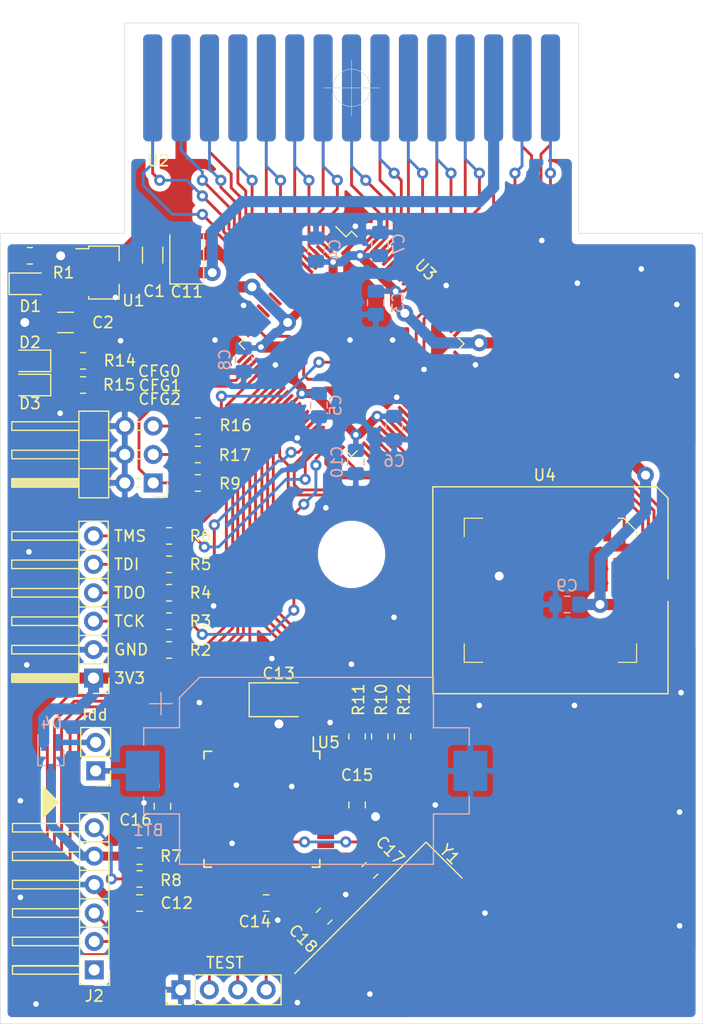
<source format=kicad_pcb>
(kicad_pcb (version 20171130) (host pcbnew 5.1.10-6.fc33)
  (layers (0 F.Cu signal) (31 B.Cu signal) (34 B.Paste user) (35 F.Paste user) (36 B.SilkS user) (37 F.SilkS user) (38 B.Mask user) (39 F.Mask user) (44 Edge.Cuts user))
  (net 0 "")
  (net 1 "Net-(D1-Pad1)")
  (net 2 +5V)
  (net 3 GND)
  (net 4 +3V3)
  (net 5 TCK)
  (net 6 TDO)
  (net 7 TDI)
  (net 8 TMS)
  (net 9 S4#)
  (net 10 RD4)
  (net 11 S5#)
  (net 12 RD5)
  (net 13 RW)
  (net 14 CCTL#)
  (net 15 Phi2)
  (net 16 CART_A10)
  (net 17 CART_A11)
  (net 18 CART_D6)
  (net 19 CART_D3)
  (net 20 CART_D0)
  (net 21 CART_A12)
  (net 22 CART_D1)
  (net 23 CART_A9)
  (net 24 CART_D2)
  (net 25 CART_A8)
  (net 26 CART_D5)
  (net 27 CART_A7)
  (net 28 CART_D4)
  (net 29 CART_A6)
  (net 30 CART_A0)
  (net 31 CART_A5)
  (net 32 CART_A1)
  (net 33 CART_A4)
  (net 34 CART_A2)
  (net 35 CART_A3)
  (net 36 "Net-(U3-Pad43)")
  (net 37 "Net-(U3-Pad42)")
  (net 38 "Net-(U3-Pad22)")
  (net 39 "Net-(U3-Pad20)")
  (net 40 "Net-(U3-Pad19)")
  (net 41 "Net-(U3-Pad18)")
  (net 42 "Net-(U3-Pad17)")
  (net 43 CART_D7)
  (net 44 ROM_A11)
  (net 45 ROM_A9)
  (net 46 ROM_A8)
  (net 47 ROM_A14)
  (net 48 ROM_A10)
  (net 49 ROM_A13)
  (net 50 OE#)
  (net 51 CE#)
  (net 52 ROM_D6)
  (net 53 ROM_D4)
  (net 54 ROM_D1)
  (net 55 ROM_D7)
  (net 56 ROM_D5)
  (net 57 ROM_D3)
  (net 58 ROM_D2)
  (net 59 ROM_D0)
  (net 60 ROM_A1)
  (net 61 ROM_A3)
  (net 62 ROM_A5)
  (net 63 ROM_A7)
  (net 64 ROM_A0)
  (net 65 ROM_A2)
  (net 66 ROM_A4)
  (net 67 ROM_A6)
  (net 68 ROM_A17)
  (net 69 ROM_A12)
  (net 70 ROM_A16)
  (net 71 WE#)
  (net 72 ROM_A15)
  (net 73 "Net-(J1-Pad6)")
  (net 74 "Net-(J1-Pad5)")
  (net 75 "Net-(J1-Pad4)")
  (net 76 "Net-(J1-Pad3)")
  (net 77 ROM_A18)
  (net 78 "Net-(D2-Pad1)")
  (net 79 "Net-(D3-Pad1)")
  (net 80 "Net-(R14-Pad1)")
  (net 81 "Net-(R15-Pad1)")
  (net 82 CFG0)
  (net 83 CFG1)
  (net 84 "Net-(C12-Pad1)")
  (net 85 "Net-(C13-Pad1)")
  (net 86 VDD)
  (net 87 "Net-(C17-Pad1)")
  (net 88 "Net-(C18-Pad1)")
  (net 89 MCLR)
  (net 90 "Net-(U5-Pad42)")
  (net 91 "Net-(U5-Pad38)")
  (net 92 "Net-(U5-Pad37)")
  (net 93 "Net-(U5-Pad36)")
  (net 94 "Net-(U5-Pad35)")
  (net 95 "Net-(U5-Pad31)")
  (net 96 "Net-(U5-Pad27)")
  (net 97 PGC)
  (net 98 PGD)
  (net 99 PMCS1)
  (net 100 PMWR)
  (net 101 "Net-(U5-Pad13)")
  (net 102 "Net-(U5-Pad12)")
  (net 103 PMRD)
  (net 104 PMD0)
  (net 105 PMD1)
  (net 106 PMD2)
  (net 107 "Net-(U5-Pad5)")
  (net 108 "Net-(U5-Pad4)")
  (net 109 "Net-(U5-Pad3)")
  (net 110 "Net-(U5-Pad2)")
  (net 111 PMD3)
  (net 112 "Net-(BT1-Pad1)")
  (net 113 "Net-(U3-Pad1)")
  (net 114 "Net-(U3-Pad2)")
  (net 115 "Net-(J2-Pad1)")
  (net 116 TEST2)
  (net 117 TEST1)
  (net 118 TEST0)
  (net 119 CFG2)
  (net 120 "Net-(U5-Pad15)")
  (net 121 "Net-(U5-Pad14)")
  (net 122 "Net-(U5-Pad10)")
  (net 123 "Net-(U5-Pad8)")
  (net 124 "Net-(D4-Pad2)")
  (net 125 "Net-(R10-Pad2)")
  (net 126 "Net-(R11-Pad2)")
  (net 127 SENSE3V3)
  (net 128 "Net-(U5-Pad9)")
  (net 129 "Net-(U5-Pad44)")
  (module Resistor_SMD:R_0805_2012Metric_Pad1.20x1.40mm_HandSolder (layer F.Cu) (at 154.559 108.442 270)
    (fp_text reference R12 (at -3.286 -0.127 90) (layer F.SilkS))
    (fp_text value 100k)
    (pad 2 smd roundrect (at 1 0 270) (size 1.2 1.4) (layers F.Cu F.Paste F.Mask) (roundrect_rratio 0.2083325) (net 3 GND))
    (pad 1 smd roundrect (at -1 0 270) (size 1.2 1.4) (layers F.Cu F.Paste F.Mask) (roundrect_rratio 0.2083325) (net 127 SENSE3V3))
  )
  (module Symbol:OSHW-Symbol_8.9x8mm_Copper (layer F.Cu) (at 171.069 118.237)
    (fp_text reference LOGO1 hide)
    (fp_text value Logo_Open_Hardware_Small hide)
    (fp_poly (pts (xy 0.746536 -3.399573) (xy 0.859118 -2.802382) (xy 1.274531 -2.631135) (xy 1.689945 -2.459888) (xy 2.188302 -2.798767) (xy 2.327869 -2.893123) (xy 2.454029 -2.97737) (xy 2.560896 -3.047662) (xy 2.642583 -3.100153) (xy 2.693202 -3.130996) (xy 2.706987 -3.137647) (xy 2.731821 -3.120542) (xy 2.784889 -3.073256) (xy 2.860241 -3.001828) (xy 2.95193 -2.9123) (xy 3.054008 -2.810711) (xy 3.160527 -2.703102) (xy 3.265537 -2.595513) (xy 3.363092 -2.493985) (xy 3.447243 -2.404559) (xy 3.512041 -2.333274) (xy 3.551538 -2.286172) (xy 3.560981 -2.270408) (xy 3.547392 -2.241347) (xy 3.509294 -2.177679) (xy 3.450694 -2.085633) (xy 3.375598 -1.971436) (xy 3.288009 -1.841316) (xy 3.237255 -1.767099) (xy 3.144746 -1.631578) (xy 3.062541 -1.509284) (xy 2.994631 -1.406305) (xy 2.945001 -1.328727) (xy 2.917641 -1.282639) (xy 2.91353 -1.272953) (xy 2.92285 -1.245426) (xy 2.948255 -1.181272) (xy 2.985912 -1.08951) (xy 3.031987 -0.979161) (xy 3.082647 -0.859245) (xy 3.13406 -0.738781) (xy 3.18239 -0.626791) (xy 3.223807 -0.532293) (xy 3.254475 -0.464308) (xy 3.270562 -0.431857) (xy 3.271512 -0.43058) (xy 3.296773 -0.424383) (xy 3.364046 -0.41056) (xy 3.466361 -0.390468) (xy 3.596742 -0.365466) (xy 3.748217 -0.336914) (xy 3.836594 -0.320449) (xy 3.998453 -0.289631) (xy 4.14465 -0.260306) (xy 4.267788 -0.234079) (xy 4.36047 -0.212554) (xy 4.415302 -0.197335) (xy 4.426324 -0.192507) (xy 4.437119 -0.159826) (xy 4.44583 -0.086015) (xy 4.452461 0.020292) (xy 4.457019 0.150467) (xy 4.45951 0.295876) (xy 4.459939 0.44789) (xy 4.458312 0.597877) (xy 4.454636 0.737206) (xy 4.448916 0.857245) (xy 4.441158 0.949365) (xy 4.431369 1.004932) (xy 4.425497 1.0165) (xy 4.3904 1.030365) (xy 4.316029 1.050188) (xy 4.212224 1.073639) (xy 4.08882 1.098391) (xy 4.045742 1.106398) (xy 3.838048 1.144441) (xy 3.673985 1.175079) (xy 3.548131 1.199529) (xy 3.455066 1.219009) (xy 3.389368 1.234736) (xy 3.345618 1.247928) (xy 3.318393 1.259804) (xy 3.302273 1.27158) (xy 3.300018 1.273908) (xy 3.277504 1.3114) (xy 3.243159 1.384365) (xy 3.200412 1.483867) (xy 3.152693 1.600973) (xy 3.103431 1.726748) (xy 3.056056 1.852257) (xy 3.013996 1.968565) (xy 2.980681 2.066739) (xy 2.959542 2.137843) (xy 2.954006 2.172942) (xy 2.954467 2.174172) (xy 2.973224 2.202861) (xy 3.015777 2.265985) (xy 3.077654 2.356973) (xy 3.154383 2.469255) (xy 3.241492 2.59626) (xy 3.266299 2.632353) (xy 3.354753 2.763203) (xy 3.432589 2.882591) (xy 3.495567 2.983662) (xy 3.539446 3.059559) (xy 3.559986 3.103427) (xy 3.560981 3.108817) (xy 3.543723 3.137144) (xy 3.496036 3.193261) (xy 3.424051 3.271137) (xy 3.333898 3.36474) (xy 3.231706 3.468041) (xy 3.123606 3.575006) (xy 3.015729 3.679606) (xy 2.914205 3.775809) (xy 2.825163 3.857584) (xy 2.754734 3.9189) (xy 2.709048 3.953726) (xy 2.69641 3.959412) (xy 2.666992 3.94602) (xy 2.606762 3.909899) (xy 2.52553 3.857136) (xy 2.463031 3.814667) (xy 2.349786 3.73674) (xy 2.215675 3.644984) (xy 2.081156 3.553375) (xy 2.008834 3.504346) (xy 1.764039 3.33877) (xy 1.558551 3.449875) (xy 1.464937 3.498548) (xy 1.385331 3.536381) (xy 1.331468 3.557958) (xy 1.317758 3.560961) (xy 1.301271 3.538793) (xy 1.268746 3.476149) (xy 1.222609 3.378809) (xy 1.165291 3.252549) (xy 1.099217 3.10315) (xy 1.026816 2.936388) (xy 0.950517 2.758042) (xy 0.872747 2.573891) (xy 0.795935 2.389712) (xy 0.722507 2.211285) (xy 0.654893 2.044387) (xy 0.595521 1.894797) (xy 0.546817 1.768293) (xy 0.511211 1.670654) (xy 0.491131 1.607657) (xy 0.487901 1.586021) (xy 0.513497 1.558424) (xy 0.569539 1.513625) (xy 0.644312 1.460934) (xy 0.650588 1.456765) (xy 0.843846 1.302069) (xy 0.999675 1.121591) (xy 1.116725 0.921102) (xy 1.193646 0.706374) (xy 1.229087 0.483177) (xy 1.221698 0.257281) (xy 1.170128 0.034459) (xy 1.073027 -0.179521) (xy 1.044459 -0.226336) (xy 0.895869 -0.415382) (xy 0.720328 -0.567188) (xy 0.523911 -0.680966) (xy 0.312694 -0.755925) (xy 0.092754 -0.791278) (xy -0.129836 -0.786233) (xy -0.348998 -0.740001) (xy -0.558657 -0.651794) (xy -0.752738 -0.520821) (xy -0.812773 -0.467663) (xy -0.965564 -0.301261) (xy -1.076902 -0.126088) (xy -1.153276 0.070266) (xy -1.195812 0.264717) (xy -1.206313 0.483342) (xy -1.171299 0.703052) (xy -1.094326 0.91642) (xy -0.978952 1.116022) (xy -0.828734 1.294429) (xy -0.647226 1.444217) (xy -0.623372 1.460006) (xy -0.547798 1.511712) (xy -0.490348 1.556512) (xy -0.462882 1.585117) (xy -0.462482 1.586021) (xy -0.468379 1.616964) (xy -0.491754 1.687191) (xy -0.530178 1.790925) (xy -0.581222 1.92239) (xy -0.642457 2.075807) (xy -0.711455 2.245401) (xy -0.785786 2.425393) (xy -0.863021 2.610008) (xy -0.940731 2.793468) (xy -1.016488 2.969996) (xy -1.087862 3.133814) (xy -1.152425 3.279147) (xy -1.207747 3.400217) (xy -1.251399 3.491247) (xy -1.280953 3.54646) (xy -1.292855 3.560961) (xy -1.329222 3.549669) (xy -1.397269 3.519385) (xy -1.485263 3.47552) (xy -1.533649 3.449875) (xy -1.739136 3.33877) (xy -1.983931 3.504346) (xy -2.108893 3.58917) (xy -2.245704 3.682516) (xy -2.373911 3.770408) (xy -2.438128 3.814667) (xy -2.528448 3.875318) (xy -2.604928 3.923381) (xy -2.657592 3.95277) (xy -2.674697 3.958982) (xy -2.699594 3.942223) (xy -2.754694 3.895436) (xy -2.834656 3.82348) (xy -2.934139 3.731212) (xy -3.047799 3.62349) (xy -3.119684 3.554326) (xy -3.245448 3.430757) (xy -3.354136 3.320234) (xy -3.441354 3.227485) (xy -3.50271 3.157237) (xy -3.533808 3.11422) (xy -3.536791 3.10549) (xy -3.522946 3.072284) (xy -3.484687 3.005142) (xy -3.426258 2.910863) (xy -3.351902 2.796245) (xy -3.265864 2.668083) (xy -3.241397 2.632353) (xy -3.152245 2.502489) (xy -3.072261 2.385569) (xy -3.005919 2.288162) (xy -2.957688 2.216839) (xy -2.932042 2.17817) (xy -2.929564 2.174172) (xy -2.93327 2.143355) (xy -2.952938 2.075599) (xy -2.985139 1.979839) (xy -3.026444 1.865009) (xy -3.073424 1.740044) (xy -3.12265 1.613879) (xy -3.170691 1.495448) (xy -3.214118 1.393685) (xy -3.249503 1.317526) (xy -3.273415 1.275904) (xy -3.275115 1.273908) (xy -3.289737 1.262013) (xy -3.314434 1.25025) (xy -3.354627 1.237401) (xy -3.415736 1.222249) (xy -3.503182 1.203576) (xy -3.622387 1.180165) (xy -3.778772 1.150797) (xy -3.977756 1.114255) (xy -4.020839 1.106398) (xy -4.148529 1.081727) (xy -4.259846 1.057593) (xy -4.344954 1.036324) (xy -4.394016 1.020248) (xy -4.400594 1.0165) (xy -4.411435 0.983273) (xy -4.420246 0.909021) (xy -4.427023 0.802376) (xy -4.431759 0.671967) (xy -4.434449 0.526427) (xy -4.435086 0.374386) (xy -4.433665 0.224476) (xy -4.430179 0.085328) (xy -4.424623 -0.034428) (xy -4.416991 -0.126159) (xy -4.407277 -0.181234) (xy -4.401421 -0.192507) (xy -4.368819 -0.203877) (xy -4.294581 -0.222376) (xy -4.186103 -0.246398) (xy -4.050782 -0.274338) (xy -3.896014 -0.304592) (xy -3.811692 -0.320449) (xy -3.651703 -0.350356) (xy -3.509032 -0.37745) (xy -3.390651 -0.400369) (xy -3.303534 -0.417757) (xy -3.254654 -0.428253) (xy -3.246609 -0.43058) (xy -3.233012 -0.456814) (xy -3.20427 -0.520005) (xy -3.164214 -0.611123) (xy -3.116675 -0.721143) (xy -3.065484 -0.841035) (xy -3.014473 -0.961773) (xy -2.967473 -1.074329) (xy -2.928315 -1.169674) (xy -2.90083 -1.238783) (xy -2.88885 -1.272626) (xy -2.888627 -1.274105) (xy -2.902208 -1.300803) (xy -2.940284 -1.36224) (xy -2.998852 -1.452311) (xy -3.073911 -1.56491) (xy -3.161459 -1.69393) (xy -3.212352 -1.768039) (xy -3.30509 -1.903923) (xy -3.387458 -2.027291) (xy -3.455438 -2.131903) (xy -3.505011 -2.211517) (xy -3.532157 -2.259893) (xy -3.536078 -2.270738) (xy -3.519224 -2.29598) (xy -3.472631 -2.349876) (xy -3.402251 -2.426387) (xy -3.314034 -2.519477) (xy -3.213934 -2.623105) (xy -3.107901 -2.731236) (xy -3.001888 -2.83783) (xy -2.901847 -2.93685) (xy -2.813729 -3.022258) (xy -2.743486 -3.088015) (xy -2.697071 -3.128084) (xy -2.681543 -3.137647) (xy -2.65626 -3.1242) (xy -2.595788 -3.086425) (xy -2.506007 -3.028165) (xy -2.392796 -2.953266) (xy -2.262036 -2.865575) (xy -2.1634 -2.798767) (xy -1.665042 -2.459888) (xy -1.249629 -2.631135) (xy -0.834215 -2.802382) (xy -0.721633 -3.399573) (xy -0.60905 -3.996765) (xy 0.633953 -3.996765) (xy 0.746536 -3.399573)) (layer F.Cu) (width 0.01))
  )
  (module Resistor_SMD:R_0805_2012Metric_Pad1.20x1.40mm_HandSolder (layer F.Cu) (at 150.495 108.442 270)
    (fp_text reference R11 (at -3.286 -0.127 270) (layer F.SilkS))
    (fp_text value 10k)
    (pad 2 smd roundrect (at 1 0 270) (size 1.2 1.4) (layers F.Cu F.Paste F.Mask) (roundrect_rratio 0.2083325) (net 126 "Net-(R11-Pad2)"))
    (pad 1 smd roundrect (at -1 0 270) (size 1.2 1.4) (layers F.Cu F.Paste F.Mask) (roundrect_rratio 0.2083325) (net 127 SENSE3V3))
  )
  (module Resistor_SMD:R_0805_2012Metric_Pad1.20x1.40mm_HandSolder (layer F.Cu) (at 152.527 108.442 270)
    (fp_text reference R10 (at -3.286 -0.127 270) (layer F.SilkS))
    (fp_text value 0)
    (pad 2 smd roundrect (at 1 0 270) (size 1.2 1.4) (layers F.Cu F.Paste F.Mask) (roundrect_rratio 0.2083325) (net 125 "Net-(R10-Pad2)"))
    (pad 1 smd roundrect (at -1 0 270) (size 1.2 1.4) (layers F.Cu F.Paste F.Mask) (roundrect_rratio 0.2083325) (net 127 SENSE3V3))
  )
  (module Connector_PinHeader_2.54mm:PinHeader_1x04_P2.54mm_Vertical (layer F.Cu) (at 134.747 131.064 90)
    (fp_text reference J4 hide)
    (fp_text value TEST)
    (pad 4 thru_hole oval (at 0 7.62 90) (size 1.7 1.7) (drill 1) (layers *.Cu *.Mask) (net 116 TEST2))
    (pad 3 thru_hole oval (at 0 5.08 90) (size 1.7 1.7) (drill 1) (layers *.Cu *.Mask) (net 117 TEST1))
    (pad 2 thru_hole oval (at 0 2.54 90) (size 1.7 1.7) (drill 1) (layers *.Cu *.Mask) (net 118 TEST0))
    (pad 1 thru_hole rect (at 0 0 90) (size 1.7 1.7) (drill 1) (layers *.Cu *.Mask) (net 3 GND))
  )
  (module Package_QFP:TQFP-44_10x10mm_P0.8mm (layer F.Cu) (at 141.986 114.935 270)
    (fp_text reference U5 (at -5.969 -5.969 180) (layer F.SilkS))
    (fp_text value PIC24FJxxGB004-IPT)
    (pad 44 smd rect (at -4 -5.7) (size 1.5 0.55) (layers F.Cu F.Paste F.Mask) (net 129 "Net-(U5-Pad44)"))
    (pad 43 smd rect (at -3.2 -5.7) (size 1.5 0.55) (layers F.Cu F.Paste F.Mask) (net 126 "Net-(R11-Pad2)"))
    (pad 42 smd rect (at -2.4 -5.7) (size 1.5 0.55) (layers F.Cu F.Paste F.Mask) (net 90 "Net-(U5-Pad42)"))
    (pad 41 smd rect (at -1.6 -5.7) (size 1.5 0.55) (layers F.Cu F.Paste F.Mask) (net 125 "Net-(R10-Pad2)"))
    (pad 40 smd rect (at -0.8 -5.7) (size 1.5 0.55) (layers F.Cu F.Paste F.Mask) (net 86 VDD))
    (pad 39 smd rect (at 0 -5.7) (size 1.5 0.55) (layers F.Cu F.Paste F.Mask) (net 3 GND))
    (pad 38 smd rect (at 0.8 -5.7) (size 1.5 0.55) (layers F.Cu F.Paste F.Mask) (net 91 "Net-(U5-Pad38)"))
    (pad 37 smd rect (at 1.6 -5.7) (size 1.5 0.55) (layers F.Cu F.Paste F.Mask) (net 92 "Net-(U5-Pad37)"))
    (pad 36 smd rect (at 2.4 -5.7) (size 1.5 0.55) (layers F.Cu F.Paste F.Mask) (net 93 "Net-(U5-Pad36)"))
    (pad 35 smd rect (at 3.2 -5.7) (size 1.5 0.55) (layers F.Cu F.Paste F.Mask) (net 94 "Net-(U5-Pad35)"))
    (pad 34 smd rect (at 4 -5.7) (size 1.5 0.55) (layers F.Cu F.Paste F.Mask) (net 87 "Net-(C17-Pad1)"))
    (pad 33 smd rect (at 5.7 -4 270) (size 1.5 0.55) (layers F.Cu F.Paste F.Mask) (net 88 "Net-(C18-Pad1)"))
    (pad 32 smd rect (at 5.7 -3.2 270) (size 1.5 0.55) (layers F.Cu F.Paste F.Mask) (net 116 TEST2))
    (pad 31 smd rect (at 5.7 -2.4 270) (size 1.5 0.55) (layers F.Cu F.Paste F.Mask) (net 95 "Net-(U5-Pad31)"))
    (pad 30 smd rect (at 5.7 -1.6 270) (size 1.5 0.55) (layers F.Cu F.Paste F.Mask) (net 99 PMCS1))
    (pad 29 smd rect (at 5.7 -0.8 270) (size 1.5 0.55) (layers F.Cu F.Paste F.Mask) (net 3 GND))
    (pad 28 smd rect (at 5.7 0 270) (size 1.5 0.55) (layers F.Cu F.Paste F.Mask) (net 86 VDD))
    (pad 27 smd rect (at 5.7 0.8 270) (size 1.5 0.55) (layers F.Cu F.Paste F.Mask) (net 96 "Net-(U5-Pad27)"))
    (pad 26 smd rect (at 5.7 1.6 270) (size 1.5 0.55) (layers F.Cu F.Paste F.Mask) (net 117 TEST1))
    (pad 25 smd rect (at 5.7 2.4 270) (size 1.5 0.55) (layers F.Cu F.Paste F.Mask) (net 118 TEST0))
    (pad 24 smd rect (at 5.7 3.2 270) (size 1.5 0.55) (layers F.Cu F.Paste F.Mask) (net 100 PMWR))
    (pad 23 smd rect (at 5.7 4 270) (size 1.5 0.55) (layers F.Cu F.Paste F.Mask) (net 106 PMD2))
    (pad 22 smd rect (at 4 5.7) (size 1.5 0.55) (layers F.Cu F.Paste F.Mask) (net 105 PMD1))
    (pad 21 smd rect (at 3.2 5.7) (size 1.5 0.55) (layers F.Cu F.Paste F.Mask) (net 104 PMD0))
    (pad 20 smd rect (at 2.4 5.7) (size 1.5 0.55) (layers F.Cu F.Paste F.Mask) (net 97 PGC))
    (pad 19 smd rect (at 1.6 5.7) (size 1.5 0.55) (layers F.Cu F.Paste F.Mask) (net 98 PGD))
    (pad 18 smd rect (at 0.8 5.7) (size 1.5 0.55) (layers F.Cu F.Paste F.Mask) (net 89 MCLR))
    (pad 17 smd rect (at 0 5.7) (size 1.5 0.55) (layers F.Cu F.Paste F.Mask) (net 86 VDD))
    (pad 16 smd rect (at -0.8 5.7) (size 1.5 0.55) (layers F.Cu F.Paste F.Mask) (net 3 GND))
    (pad 15 smd rect (at -1.6 5.7) (size 1.5 0.55) (layers F.Cu F.Paste F.Mask) (net 120 "Net-(U5-Pad15)"))
    (pad 14 smd rect (at -2.4 5.7) (size 1.5 0.55) (layers F.Cu F.Paste F.Mask) (net 121 "Net-(U5-Pad14)"))
    (pad 13 smd rect (at -3.2 5.7) (size 1.5 0.55) (layers F.Cu F.Paste F.Mask) (net 101 "Net-(U5-Pad13)"))
    (pad 12 smd rect (at -4 5.7) (size 1.5 0.55) (layers F.Cu F.Paste F.Mask) (net 102 "Net-(U5-Pad12)"))
    (pad 11 smd rect (at -5.7 4 270) (size 1.5 0.55) (layers F.Cu F.Paste F.Mask) (net 103 PMRD))
    (pad 10 smd rect (at -5.7 3.2 270) (size 1.5 0.55) (layers F.Cu F.Paste F.Mask) (net 122 "Net-(U5-Pad10)"))
    (pad 9 smd rect (at -5.7 2.4 270) (size 1.5 0.55) (layers F.Cu F.Paste F.Mask) (net 128 "Net-(U5-Pad9)"))
    (pad 8 smd rect (at -5.7 1.6 270) (size 1.5 0.55) (layers F.Cu F.Paste F.Mask) (net 123 "Net-(U5-Pad8)"))
    (pad 7 smd rect (at -5.7 0.8 270) (size 1.5 0.55) (layers F.Cu F.Paste F.Mask) (net 85 "Net-(C13-Pad1)"))
    (pad 6 smd rect (at -5.7 0 270) (size 1.5 0.55) (layers F.Cu F.Paste F.Mask) (net 3 GND))
    (pad 5 smd rect (at -5.7 -0.8 270) (size 1.5 0.55) (layers F.Cu F.Paste F.Mask) (net 107 "Net-(U5-Pad5)"))
    (pad 4 smd rect (at -5.7 -1.6 270) (size 1.5 0.55) (layers F.Cu F.Paste F.Mask) (net 108 "Net-(U5-Pad4)"))
    (pad 3 smd rect (at -5.7 -2.4 270) (size 1.5 0.55) (layers F.Cu F.Paste F.Mask) (net 109 "Net-(U5-Pad3)"))
    (pad 2 smd rect (at -5.7 -3.2 270) (size 1.5 0.55) (layers F.Cu F.Paste F.Mask) (net 110 "Net-(U5-Pad2)"))
    (pad 1 smd rect (at -5.7 -4 270) (size 1.5 0.55) (layers F.Cu F.Paste F.Mask) (net 111 PMD3))
  )
  (module Resistor_SMD:R_0805_2012Metric_Pad1.20x1.40mm_HandSolder (layer F.Cu) (at 136.255 85.7885)
    (fp_text reference R9 (at 2.8735 0.0635) (layer F.SilkS))
    (fp_text value 10k)
    (pad 2 smd roundrect (at 1 0) (size 1.2 1.4) (layers F.Cu F.Paste F.Mask) (roundrect_rratio 0.2083325) (net 4 +3V3))
    (pad 1 smd roundrect (at -1 0) (size 1.2 1.4) (layers F.Cu F.Paste F.Mask) (roundrect_rratio 0.2083325) (net 119 CFG2))
  )
  (module Connector_PinHeader_2.54mm:PinHeader_2x03_P2.54mm_Horizontal (layer F.Cu) (at 132.2705 85.7885 180)
    (fp_text reference J3 hide)
    (fp_text value CFG)
    (pad 6 thru_hole oval (at 2.54 5.08 180) (size 1.7 1.7) (drill 1) (layers *.Cu *.Mask) (net 3 GND))
    (pad 5 thru_hole oval (at 0 5.08 180) (size 1.7 1.7) (drill 1) (layers *.Cu *.Mask) (net 82 CFG0))
    (pad 4 thru_hole oval (at 2.54 2.54 180) (size 1.7 1.7) (drill 1) (layers *.Cu *.Mask) (net 3 GND))
    (pad 3 thru_hole oval (at 0 2.54 180) (size 1.7 1.7) (drill 1) (layers *.Cu *.Mask) (net 83 CFG1))
    (pad 2 thru_hole oval (at 2.54 0 180) (size 1.7 1.7) (drill 1) (layers *.Cu *.Mask) (net 3 GND))
    (pad 1 thru_hole rect (at 0 0 180) (size 1.7 1.7) (drill 1) (layers *.Cu *.Mask) (net 119 CFG2))
  )
  (module Connector_PinHeader_2.54mm:PinHeader_1x02_P2.54mm_Vertical (layer F.Cu) (at 127.127 111.506 180)
    (fp_text reference JP1 hide)
    (fp_text value Jumper_2_Bridged)
    (pad 2 thru_hole oval (at 0 2.54 180) (size 1.7 1.7) (drill 1) (layers *.Cu *.Mask) (net 124 "Net-(D4-Pad2)"))
    (pad 1 thru_hole rect (at 0 0 180) (size 1.7 1.7) (drill 1) (layers *.Cu *.Mask) (net 112 "Net-(BT1-Pad1)"))
  )
  (module Connector_PinHeader_2.54mm:PinHeader_1x06_P2.54mm_Horizontal_HighProfile (layer F.Cu) (at 127 129.286 180)
    (fp_text reference J2 (at 0 -2.33 180) (layer F.SilkS))
    (fp_text value ICSP)
    (pad 6 thru_hole oval (at 0 12.7 180) (size 1.7 1.7) (drill 1) (layers *.Cu *.Mask) (net 89 MCLR))
    (pad 5 thru_hole oval (at 0 10.16 180) (size 1.7 1.7) (drill 1) (layers *.Cu *.Mask) (net 86 VDD))
    (pad 4 thru_hole oval (at 0 7.62 180) (size 1.7 1.7) (drill 1) (layers *.Cu *.Mask) (net 3 GND))
    (pad 3 thru_hole oval (at 0 5.08 180) (size 1.7 1.7) (drill 1) (layers *.Cu *.Mask) (net 98 PGD))
    (pad 2 thru_hole oval (at 0 2.54 180) (size 1.7 1.7) (drill 1) (layers *.Cu *.Mask) (net 97 PGC))
    (pad 1 thru_hole rect (at 0 0 180) (size 1.7 1.7) (drill 1) (layers *.Cu *.Mask) (net 115 "Net-(J2-Pad1)"))
  )
  (module Miscellaneous:PLCC-32_SMD-Socket (layer F.Cu) (at 167.775 95.377 270)
    (fp_text reference U4 (at -10.287 0.508 180) (layer F.SilkS))
    (fp_text value SST39VF040)
    (pad 29 smd rect (at 5.3225 -5.08 270) (size 1.925 0.7) (layers F.Cu F.Paste F.Mask) (net 47 ROM_A14))
    (pad 28 smd rect (at 5.3225 -3.81 270) (size 1.925 0.7) (layers F.Cu F.Paste F.Mask) (net 49 ROM_A13))
    (pad 27 smd rect (at 5.3225 -2.54 270) (size 1.925 0.7) (layers F.Cu F.Paste F.Mask) (net 46 ROM_A8))
    (pad 26 smd rect (at 5.3225 -1.27 270) (size 1.925 0.7) (layers F.Cu F.Paste F.Mask) (net 45 ROM_A9))
    (pad 25 smd rect (at 5.3225 0 270) (size 1.925 0.7) (layers F.Cu F.Paste F.Mask) (net 44 ROM_A11))
    (pad 24 smd rect (at 5.3225 1.27 270) (size 1.925 0.7) (layers F.Cu F.Paste F.Mask) (net 50 OE#))
    (pad 23 smd rect (at 5.3225 2.54 270) (size 1.925 0.7) (layers F.Cu F.Paste F.Mask) (net 48 ROM_A10))
    (pad 22 smd rect (at 5.3225 3.81 270) (size 1.925 0.7) (layers F.Cu F.Paste F.Mask) (net 51 CE#))
    (pad 21 smd rect (at 5.3225 5.08 270) (size 1.925 0.7) (layers F.Cu F.Paste F.Mask) (net 55 ROM_D7))
    (pad 20 smd rect (at 3.81 6.5925 270) (size 0.7 1.925) (layers F.Cu F.Paste F.Mask) (net 52 ROM_D6))
    (pad 19 smd rect (at 2.54 6.5925 270) (size 0.7 1.925) (layers F.Cu F.Paste F.Mask) (net 56 ROM_D5))
    (pad 18 smd rect (at 1.27 6.5925 270) (size 0.7 1.925) (layers F.Cu F.Paste F.Mask) (net 53 ROM_D4))
    (pad 17 smd rect (at 0 6.5925 270) (size 0.7 1.925) (layers F.Cu F.Paste F.Mask) (net 57 ROM_D3))
    (pad 16 smd rect (at -1.27 6.5925 270) (size 0.7 1.925) (layers F.Cu F.Paste F.Mask) (net 3 GND))
    (pad 15 smd rect (at -2.54 6.5925 270) (size 0.7 1.925) (layers F.Cu F.Paste F.Mask) (net 58 ROM_D2))
    (pad 14 smd rect (at -3.81 6.5925 270) (size 0.7 1.925) (layers F.Cu F.Paste F.Mask) (net 54 ROM_D1))
    (pad 13 smd rect (at -5.3225 5.08 270) (size 1.925 0.7) (layers F.Cu F.Paste F.Mask) (net 59 ROM_D0))
    (pad 12 smd rect (at -5.3225 3.81 270) (size 1.925 0.7) (layers F.Cu F.Paste F.Mask) (net 64 ROM_A0))
    (pad 11 smd rect (at -5.3225 2.54 270) (size 1.925 0.7) (layers F.Cu F.Paste F.Mask) (net 60 ROM_A1))
    (pad 10 smd rect (at -5.3225 1.27 270) (size 1.925 0.7) (layers F.Cu F.Paste F.Mask) (net 65 ROM_A2))
    (pad 9 smd rect (at -5.3225 0 270) (size 1.925 0.7) (layers F.Cu F.Paste F.Mask) (net 61 ROM_A3))
    (pad 8 smd rect (at -5.3225 -1.27 270) (size 1.925 0.7) (layers F.Cu F.Paste F.Mask) (net 66 ROM_A4))
    (pad 7 smd rect (at -5.3225 -2.54 270) (size 1.925 0.7) (layers F.Cu F.Paste F.Mask) (net 62 ROM_A5))
    (pad 6 smd rect (at -5.3225 -3.81 270) (size 1.925 0.7) (layers F.Cu F.Paste F.Mask) (net 67 ROM_A6))
    (pad 5 smd rect (at -5.3225 -5.08 270) (size 1.925 0.7) (layers F.Cu F.Paste F.Mask) (net 63 ROM_A7))
    (pad 32 smd rect (at 1.27 -6.5925 270) (size 0.7 1.925) (layers F.Cu F.Paste F.Mask) (net 4 +3V3))
    (pad 31 smd rect (at 2.54 -6.5925 270) (size 0.7 1.925) (layers F.Cu F.Paste F.Mask) (net 71 WE#))
    (pad 30 smd rect (at 3.81 -6.5925 270) (size 0.7 1.925) (layers F.Cu F.Paste F.Mask) (net 68 ROM_A17))
    (pad 4 smd rect (at -3.81 -6.5925 270) (size 0.7 1.925) (layers F.Cu F.Paste F.Mask) (net 69 ROM_A12))
    (pad 3 smd rect (at -2.54 -6.5925 270) (size 0.7 1.925) (layers F.Cu F.Paste F.Mask) (net 72 ROM_A15))
    (pad 2 smd rect (at -1.27 -6.5925 270) (size 0.7 1.925) (layers F.Cu F.Paste F.Mask) (net 70 ROM_A16))
    (pad 1 smd rect (at 0 -6.5925 270) (size 0.7 1.925) (layers F.Cu F.Paste F.Mask) (net 77 ROM_A18))
  )
  (module Crystal:Crystal_SMD_SeikoEpson_MC406-4Pin_9.6x4.1mm_HandSoldering (layer F.Cu) (at 152.4 125.349 225)
    (fp_text reference Y1 (at -9.017 0 315) (layer F.SilkS))
    (fp_text value 32768)
    (pad 4 smd rect (at -5.025 -1.236 225) (size 6.15 1.672) (layers F.Cu F.Paste F.Mask) (net 87 "Net-(C17-Pad1)"))
    (pad 3 smd rect (at 5.025 -1.236 225) (size 6.15 1.672) (layers F.Cu F.Paste F.Mask) (net 88 "Net-(C18-Pad1)"))
    (pad 2 smd rect (at 5.025 1.236 225) (size 6.15 1.672) (layers F.Cu F.Paste F.Mask) (net 88 "Net-(C18-Pad1)"))
    (pad 1 smd rect (at -5.025 1.236 225) (size 6.15 1.672) (layers F.Cu F.Paste F.Mask) (net 87 "Net-(C17-Pad1)"))
  )
  (module Package_TO_SOT_SMD:SOT-323_SC-70_Handsoldering (layer B.Cu) (at 123.1265 110.2995 270)
    (fp_text reference D4 (at -3.048 -0.0635 180) (layer B.SilkS) (effects (justify mirror)))
    (fp_text value BAT30CWFILM)
    (pad 3 smd rect (at 1.33 0) (size 0.45 1.5) (layers B.Cu B.Paste B.Mask) (net 86 VDD))
    (pad 2 smd rect (at -1.33 -0.65) (size 0.45 1.5) (layers B.Cu B.Paste B.Mask) (net 124 "Net-(D4-Pad2)"))
    (pad 1 smd rect (at -1.33 0.65) (size 0.45 1.5) (layers B.Cu B.Paste B.Mask) (net 4 +3V3))
  )
  (module Miscellaneous:BatteryHolder_Connfly_DS1092-10 (layer B.Cu) (at 145.968 111.506)
    (fp_text reference BT1 (at -14.125 5.3) (layer B.SilkS) (effects (justify mirror)))
    (fp_text value CR2032)
    (pad 1 smd rect (at -14.65 0 180) (size 3 3.6) (layers B.Cu B.Paste B.Mask) (net 112 "Net-(BT1-Pad1)"))
    (pad 2 smd rect (at 14.65 0 180) (size 3 3.6) (layers B.Cu B.Paste B.Mask) (net 3 GND))
  )
  (module Resistor_SMD:R_0805_2012Metric_Pad1.20x1.40mm_HandSolder (layer F.Cu) (at 131.048 121.158)
    (fp_text reference R8 (at 2.81 0.127) (layer F.SilkS))
    (fp_text value 470)
    (pad 2 smd roundrect (at 1 0) (size 1.2 1.4) (layers F.Cu F.Paste F.Mask) (roundrect_rratio 0.2083325) (net 84 "Net-(C12-Pad1)"))
    (pad 1 smd roundrect (at -1 0) (size 1.2 1.4) (layers F.Cu F.Paste F.Mask) (roundrect_rratio 0.2083325) (net 89 MCLR))
  )
  (module Resistor_SMD:R_0805_2012Metric_Pad1.20x1.40mm_HandSolder (layer F.Cu) (at 131.048 119.126)
    (fp_text reference R7 (at 2.81 0) (layer F.SilkS))
    (fp_text value 10k)
    (pad 2 smd roundrect (at 1 0) (size 1.2 1.4) (layers F.Cu F.Paste F.Mask) (roundrect_rratio 0.2083325) (net 84 "Net-(C12-Pad1)"))
    (pad 1 smd roundrect (at -1 0) (size 1.2 1.4) (layers F.Cu F.Paste F.Mask) (roundrect_rratio 0.2083325) (net 86 VDD))
  )
  (module Capacitor_SMD:C_0805_2012Metric_Pad1.18x1.45mm_HandSolder (layer F.Cu) (at 147.545623 124.488377 45)
    (fp_text reference C18 (at -2.743748 0.089803 315) (layer F.SilkS))
    (fp_text value 15pF)
    (pad 2 smd roundrect (at 1.0375 0 45) (size 1.175 1.45) (layers F.Cu F.Paste F.Mask) (roundrect_rratio 0.2127659574468085) (net 3 GND))
    (pad 1 smd roundrect (at -1.0375 0 45) (size 1.175 1.45) (layers F.Cu F.Paste F.Mask) (roundrect_rratio 0.2127659574468085) (net 88 "Net-(C18-Pad1)"))
  )
  (module Capacitor_SMD:C_0805_2012Metric_Pad1.18x1.45mm_HandSolder (layer F.Cu) (at 151.638 120.396 225)
    (fp_text reference C17 (at -2.54 0 315) (layer F.SilkS))
    (fp_text value 15pF)
    (pad 2 smd roundrect (at 1.0375 0 225) (size 1.175 1.45) (layers F.Cu F.Paste F.Mask) (roundrect_rratio 0.2127659574468085) (net 3 GND))
    (pad 1 smd roundrect (at -1.0375 0 225) (size 1.175 1.45) (layers F.Cu F.Paste F.Mask) (roundrect_rratio 0.2127659574468085) (net 87 "Net-(C17-Pad1)"))
  )
  (module Capacitor_SMD:C_0805_2012Metric_Pad1.18x1.45mm_HandSolder (layer F.Cu) (at 133.096 114.681 90)
    (fp_text reference C16 (at -1.2065 -2.413 180) (layer F.SilkS))
    (fp_text value 100nF)
    (pad 2 smd roundrect (at 1.0375 0 90) (size 1.175 1.45) (layers F.Cu F.Paste F.Mask) (roundrect_rratio 0.2127659574468085) (net 3 GND))
    (pad 1 smd roundrect (at -1.0375 0 90) (size 1.175 1.45) (layers F.Cu F.Paste F.Mask) (roundrect_rratio 0.2127659574468085) (net 86 VDD))
  )
  (module Capacitor_SMD:C_0805_2012Metric_Pad1.18x1.45mm_HandSolder (layer F.Cu) (at 150.495 114.554 270)
    (fp_text reference C15 (at -2.667 0 180) (layer F.SilkS))
    (fp_text value 100nF)
    (pad 2 smd roundrect (at 1.0375 0 270) (size 1.175 1.45) (layers F.Cu F.Paste F.Mask) (roundrect_rratio 0.2127659574468085) (net 3 GND))
    (pad 1 smd roundrect (at -1.0375 0 270) (size 1.175 1.45) (layers F.Cu F.Paste F.Mask) (roundrect_rratio 0.2127659574468085) (net 86 VDD))
  )
  (module Capacitor_SMD:C_0805_2012Metric_Pad1.18x1.45mm_HandSolder (layer F.Cu) (at 142.367 123.317)
    (fp_text reference C14 (at -1.016 1.651) (layer F.SilkS))
    (fp_text value 100nF)
    (pad 2 smd roundrect (at 1.0375 0) (size 1.175 1.45) (layers F.Cu F.Paste F.Mask) (roundrect_rratio 0.2127659574468085) (net 3 GND))
    (pad 1 smd roundrect (at -1.0375 0) (size 1.175 1.45) (layers F.Cu F.Paste F.Mask) (roundrect_rratio 0.2127659574468085) (net 86 VDD))
  )
  (module Capacitor_Tantalum_SMD:CP_EIA-3528-12_Kemet-T_Pad1.50x2.35mm_HandSolder (layer F.Cu) (at 143.484 105.156)
    (fp_text reference C13 (at 0 -2.35) (layer F.SilkS))
    (fp_text value 10uF)
    (pad 2 smd roundrect (at 1.625 0) (size 1.5 2.35) (layers F.Cu F.Paste F.Mask) (roundrect_rratio 0.1666666666666667) (net 3 GND))
    (pad 1 smd roundrect (at -1.625 0) (size 1.5 2.35) (layers F.Cu F.Paste F.Mask) (roundrect_rratio 0.1666666666666667) (net 85 "Net-(C13-Pad1)"))
  )
  (module Capacitor_SMD:C_0805_2012Metric_Pad1.18x1.45mm_HandSolder (layer F.Cu) (at 131.048 123.317 180)
    (fp_text reference C12 (at -3.3235 0) (layer F.SilkS))
    (fp_text value 100nF)
    (pad 2 smd roundrect (at 1.0375 0 180) (size 1.175 1.45) (layers F.Cu F.Paste F.Mask) (roundrect_rratio 0.2127659574468085) (net 3 GND))
    (pad 1 smd roundrect (at -1.0375 0 180) (size 1.175 1.45) (layers F.Cu F.Paste F.Mask) (roundrect_rratio 0.2127659574468085) (net 84 "Net-(C12-Pad1)"))
  )
  (module Resistor_SMD:R_0805_2012Metric_Pad1.20x1.40mm_HandSolder (layer F.Cu) (at 136.255 83.2485)
    (fp_text reference R17 (at 3.318 0.0635) (layer F.SilkS))
    (fp_text value 10k)
    (pad 1 smd roundrect (at -1 0) (size 1.2 1.4) (layers F.Cu F.Paste F.Mask) (roundrect_rratio 0.2083325) (net 83 CFG1))
    (pad 2 smd roundrect (at 1 0) (size 1.2 1.4) (layers F.Cu F.Paste F.Mask) (roundrect_rratio 0.2083325) (net 4 +3V3))
  )
  (module Resistor_SMD:R_0805_2012Metric_Pad1.20x1.40mm_HandSolder (layer F.Cu) (at 136.255 80.7085 180)
    (fp_text reference R16 (at -3.3815 0.0635) (layer F.SilkS))
    (fp_text value 10k)
    (pad 1 smd roundrect (at -1 0 180) (size 1.2 1.4) (layers F.Cu F.Paste F.Mask) (roundrect_rratio 0.2083325) (net 4 +3V3))
    (pad 2 smd roundrect (at 1 0 180) (size 1.2 1.4) (layers F.Cu F.Paste F.Mask) (roundrect_rratio 0.2083325) (net 82 CFG0))
  )
  (module Resistor_SMD:R_0805_2012Metric_Pad1.20x1.40mm_HandSolder (layer F.Cu) (at 126 77.043 180)
    (fp_text reference R15 (at -3.2225 0.0175) (layer F.SilkS))
    (fp_text value 470)
    (pad 2 smd roundrect (at 1 0 180) (size 1.2 1.4) (layers F.Cu F.Paste F.Mask) (roundrect_rratio 0.2083325) (net 79 "Net-(D3-Pad1)"))
    (pad 1 smd roundrect (at -1 0 180) (size 1.2 1.4) (layers F.Cu F.Paste F.Mask) (roundrect_rratio 0.2083325) (net 81 "Net-(R15-Pad1)"))
  )
  (module Resistor_SMD:R_0805_2012Metric_Pad1.20x1.40mm_HandSolder (layer F.Cu) (at 126 74.884 180)
    (fp_text reference R14 (at -3.286 0.0175) (layer F.SilkS))
    (fp_text value 470)
    (pad 2 smd roundrect (at 1 0 180) (size 1.2 1.4) (layers F.Cu F.Paste F.Mask) (roundrect_rratio 0.2083325) (net 78 "Net-(D2-Pad1)"))
    (pad 1 smd roundrect (at -1 0 180) (size 1.2 1.4) (layers F.Cu F.Paste F.Mask) (roundrect_rratio 0.2083325) (net 80 "Net-(R14-Pad1)"))
  )
  (module Diode_SMD:D_0805_2012Metric_Pad1.15x1.40mm_HandSolder (layer F.Cu) (at 121.25 77.043 180)
    (fp_text reference D3 (at 0 -1.65) (layer F.SilkS))
    (fp_text value KP-2012SYC)
    (pad 2 smd roundrect (at 1.025 0 180) (size 1.15 1.4) (layers F.Cu F.Paste F.Mask) (roundrect_rratio 0.2173904347826087) (net 4 +3V3))
    (pad 1 smd roundrect (at -1.025 0 180) (size 1.15 1.4) (layers F.Cu F.Paste F.Mask) (roundrect_rratio 0.2173904347826087) (net 79 "Net-(D3-Pad1)"))
  )
  (module Diode_SMD:D_0805_2012Metric_Pad1.15x1.40mm_HandSolder (layer F.Cu) (at 121.25 74.884 180)
    (fp_text reference D2 (at 0.009 1.651) (layer F.SilkS))
    (fp_text value FYLS-0805URC)
    (pad 2 smd roundrect (at 1.025 0 180) (size 1.15 1.4) (layers F.Cu F.Paste F.Mask) (roundrect_rratio 0.2173904347826087) (net 4 +3V3))
    (pad 1 smd roundrect (at -1.025 0 180) (size 1.15 1.4) (layers F.Cu F.Paste F.Mask) (roundrect_rratio 0.2173904347826087) (net 78 "Net-(D2-Pad1)"))
  )
  (module Capacitor_Tantalum_SMD:CP_EIA-3528-12_Kemet-T_Pad1.50x2.35mm_HandSolder (layer F.Cu) (at 135.268 65.385 90)
    (fp_text reference C11 (at -3.328 0 180) (layer F.SilkS))
    (fp_text value 10uF)
    (pad 2 smd roundrect (at 1.625 0 90) (size 1.5 2.35) (layers F.Cu F.Paste F.Mask) (roundrect_rratio 0.1666666666666667) (net 3 GND))
    (pad 1 smd roundrect (at -1.625 0 90) (size 1.5 2.35) (layers F.Cu F.Paste F.Mask) (roundrect_rratio 0.1666666666666667) (net 2 +5V))
  )
  (module Resistor_SMD:R_0805_2012Metric_Pad1.20x1.40mm_HandSolder (layer F.Cu) (at 133.6865 90.52 180)
    (fp_text reference R6 (at -2.81 0) (layer F.SilkS))
    (fp_text value 100)
    (pad 1 smd roundrect (at -1 0 180) (size 1.2 1.4) (layers F.Cu F.Paste F.Mask) (roundrect_rratio 0.2083325) (net 8 TMS))
    (pad 2 smd roundrect (at 1 0 180) (size 1.2 1.4) (layers F.Cu F.Paste F.Mask) (roundrect_rratio 0.2083325) (net 73 "Net-(J1-Pad6)"))
  )
  (module Resistor_SMD:R_0805_2012Metric_Pad1.20x1.40mm_HandSolder (layer F.Cu) (at 133.6865 93.06 180)
    (fp_text reference R5 (at -2.81 0) (layer F.SilkS))
    (fp_text value 100)
    (pad 1 smd roundrect (at -1 0 180) (size 1.2 1.4) (layers F.Cu F.Paste F.Mask) (roundrect_rratio 0.2083325) (net 7 TDI))
    (pad 2 smd roundrect (at 1 0 180) (size 1.2 1.4) (layers F.Cu F.Paste F.Mask) (roundrect_rratio 0.2083325) (net 74 "Net-(J1-Pad5)"))
  )
  (module Resistor_SMD:R_0805_2012Metric_Pad1.20x1.40mm_HandSolder (layer F.Cu) (at 133.6865 95.6 180)
    (fp_text reference R4 (at -2.81 0) (layer F.SilkS))
    (fp_text value 100)
    (pad 1 smd roundrect (at -1 0 180) (size 1.2 1.4) (layers F.Cu F.Paste F.Mask) (roundrect_rratio 0.2083325) (net 6 TDO))
    (pad 2 smd roundrect (at 1 0 180) (size 1.2 1.4) (layers F.Cu F.Paste F.Mask) (roundrect_rratio 0.2083325) (net 75 "Net-(J1-Pad4)"))
  )
  (module Resistor_SMD:R_0805_2012Metric_Pad1.20x1.40mm_HandSolder (layer F.Cu) (at 133.6865 98.14 180)
    (fp_text reference R3 (at -2.81 0) (layer F.SilkS))
    (fp_text value 100)
    (pad 1 smd roundrect (at -1 0 180) (size 1.2 1.4) (layers F.Cu F.Paste F.Mask) (roundrect_rratio 0.2083325) (net 5 TCK))
    (pad 2 smd roundrect (at 1 0 180) (size 1.2 1.4) (layers F.Cu F.Paste F.Mask) (roundrect_rratio 0.2083325) (net 76 "Net-(J1-Pad3)"))
  )
  (module Resistor_SMD:R_0805_2012Metric_Pad1.20x1.40mm_HandSolder (layer F.Cu) (at 133.6865 100.711 180)
    (fp_text reference R2 (at -2.81 0) (layer F.SilkS))
    (fp_text value 10k)
    (pad 1 smd roundrect (at -1 0 180) (size 1.2 1.4) (layers F.Cu F.Paste F.Mask) (roundrect_rratio 0.2083325) (net 5 TCK))
    (pad 2 smd roundrect (at 1 0 180) (size 1.2 1.4) (layers F.Cu F.Paste F.Mask) (roundrect_rratio 0.2083325) (net 4 +3V3))
  )
  (module Capacitor_SMD:C_0805_2012Metric_Pad1.18x1.45mm_HandSolder (layer B.Cu) (at 150.381 83.9225 270)
    (fp_text reference C10 (at 0 1.68 90) (layer B.SilkS) (effects (justify mirror)))
    (fp_text value 100nF)
    (pad 2 smd roundrect (at 1.0375 0 270) (size 1.175 1.45) (layers B.Cu B.Paste B.Mask) (roundrect_rratio 0.2127659574468085) (net 3 GND))
    (pad 1 smd roundrect (at -1.0375 0 270) (size 1.175 1.45) (layers B.Cu B.Paste B.Mask) (roundrect_rratio 0.2127659574468085) (net 4 +3V3))
  )
  (module Capacitor_SMD:C_0805_2012Metric_Pad1.18x1.45mm_HandSolder (layer B.Cu) (at 169.2695 96.647 180)
    (fp_text reference C9 (at 0 1.68) (layer B.SilkS) (effects (justify mirror)))
    (fp_text value 100nF)
    (pad 2 smd roundrect (at 1.0375 0 180) (size 1.175 1.45) (layers B.Cu B.Paste B.Mask) (roundrect_rratio 0.2127659574468085) (net 3 GND))
    (pad 1 smd roundrect (at -1.0375 0 180) (size 1.175 1.45) (layers B.Cu B.Paste B.Mask) (roundrect_rratio 0.2127659574468085) (net 4 +3V3))
  )
  (module Capacitor_SMD:C_0805_2012Metric_Pad1.18x1.45mm_HandSolder (layer B.Cu) (at 140.348 74.7785 270)
    (fp_text reference C8 (at 0 1.68 90) (layer B.SilkS) (effects (justify mirror)))
    (fp_text value 100nF)
    (pad 2 smd roundrect (at 1.0375 0 270) (size 1.175 1.45) (layers B.Cu B.Paste B.Mask) (roundrect_rratio 0.2127659574468085) (net 3 GND))
    (pad 1 smd roundrect (at -1.0375 0 270) (size 1.175 1.45) (layers B.Cu B.Paste B.Mask) (roundrect_rratio 0.2127659574468085) (net 4 +3V3))
  )
  (module Capacitor_SMD:C_0805_2012Metric_Pad1.18x1.45mm_HandSolder (layer B.Cu) (at 152.54 64.4485 90)
    (fp_text reference C7 (at 0 1.68 90) (layer B.SilkS) (effects (justify mirror)))
    (fp_text value 100nF)
    (pad 2 smd roundrect (at 1.0375 0 90) (size 1.175 1.45) (layers B.Cu B.Paste B.Mask) (roundrect_rratio 0.2127659574468085) (net 3 GND))
    (pad 1 smd roundrect (at -1.0375 0 90) (size 1.175 1.45) (layers B.Cu B.Paste B.Mask) (roundrect_rratio 0.2127659574468085) (net 4 +3V3))
  )
  (module Connector_PinHeader_2.54mm:PinHeader_1x06_P2.54mm_Horizontal_HighProfile (layer F.Cu) (at 126.9365 103.22 180)
    (fp_text reference J1 hide)
    (fp_text value JTAG)
    (pad 1 thru_hole rect (at 0 0 180) (size 1.7 1.7) (drill 1) (layers *.Cu *.Mask) (net 4 +3V3))
    (pad 2 thru_hole oval (at 0 2.54 180) (size 1.7 1.7) (drill 1) (layers *.Cu *.Mask) (net 3 GND))
    (pad 3 thru_hole oval (at 0 5.08 180) (size 1.7 1.7) (drill 1) (layers *.Cu *.Mask) (net 76 "Net-(J1-Pad3)"))
    (pad 4 thru_hole oval (at 0 7.62 180) (size 1.7 1.7) (drill 1) (layers *.Cu *.Mask) (net 75 "Net-(J1-Pad4)"))
    (pad 5 thru_hole oval (at 0 10.16 180) (size 1.7 1.7) (drill 1) (layers *.Cu *.Mask) (net 74 "Net-(J1-Pad5)"))
    (pad 6 thru_hole oval (at 0 12.7 180) (size 1.7 1.7) (drill 1) (layers *.Cu *.Mask) (net 73 "Net-(J1-Pad6)"))
  )
  (module Package_QFP:TQFP-100_14x14mm_P0.5mm (layer F.Cu) (at 150 73.36 315)
    (fp_text reference U3 (at 0 -9.35 135) (layer F.SilkS))
    (fp_text value XC95144XL-TQ100)
    (pad 100 smd roundrect (at -6 -7.6625 315) (size 0.3 1.475) (layers F.Cu F.Paste F.Mask) (net 3 GND))
    (pad 99 smd roundrect (at -5.5 -7.6625 315) (size 0.3 1.475) (layers F.Cu F.Paste F.Mask) (net 23 CART_A9))
    (pad 98 smd roundrect (at -5 -7.6625 315) (size 0.3 1.475) (layers F.Cu F.Paste F.Mask) (net 4 +3V3))
    (pad 97 smd roundrect (at -4.5 -7.6625 315) (size 0.3 1.475) (layers F.Cu F.Paste F.Mask) (net 24 CART_D2))
    (pad 96 smd roundrect (at -4 -7.6625 315) (size 0.3 1.475) (layers F.Cu F.Paste F.Mask) (net 21 CART_A12))
    (pad 95 smd roundrect (at -3.5 -7.6625 315) (size 0.3 1.475) (layers F.Cu F.Paste F.Mask) (net 22 CART_D1))
    (pad 94 smd roundrect (at -3 -7.6625 315) (size 0.3 1.475) (layers F.Cu F.Paste F.Mask) (net 19 CART_D3))
    (pad 93 smd roundrect (at -2.5 -7.6625 315) (size 0.3 1.475) (layers F.Cu F.Paste F.Mask) (net 20 CART_D0))
    (pad 92 smd roundrect (at -2 -7.6625 315) (size 0.3 1.475) (layers F.Cu F.Paste F.Mask) (net 43 CART_D7))
    (pad 91 smd roundrect (at -1.5 -7.6625 315) (size 0.3 1.475) (layers F.Cu F.Paste F.Mask) (net 18 CART_D6))
    (pad 90 smd roundrect (at -1 -7.6625 315) (size 0.3 1.475) (layers F.Cu F.Paste F.Mask) (net 17 CART_A11))
    (pad 89 smd roundrect (at -0.5 -7.6625 315) (size 0.3 1.475) (layers F.Cu F.Paste F.Mask) (net 11 S5#))
    (pad 88 smd roundrect (at 0 -7.6625 315) (size 0.3 1.475) (layers F.Cu F.Paste F.Mask) (net 4 +3V3))
    (pad 87 smd roundrect (at 0.5 -7.6625 315) (size 0.3 1.475) (layers F.Cu F.Paste F.Mask) (net 16 CART_A10))
    (pad 86 smd roundrect (at 1 -7.6625 315) (size 0.3 1.475) (layers F.Cu F.Paste F.Mask) (net 12 RD5))
    (pad 85 smd roundrect (at 1.5 -7.6625 315) (size 0.3 1.475) (layers F.Cu F.Paste F.Mask) (net 13 RW))
    (pad 84 smd roundrect (at 2 -7.6625 315) (size 0.3 1.475) (layers F.Cu F.Paste F.Mask) (net 3 GND))
    (pad 83 smd roundrect (at 2.5 -7.6625 315) (size 0.3 1.475) (layers F.Cu F.Paste F.Mask) (net 6 TDO))
    (pad 82 smd roundrect (at 3 -7.6625 315) (size 0.3 1.475) (layers F.Cu F.Paste F.Mask) (net 15 Phi2))
    (pad 81 smd roundrect (at 3.5 -7.6625 315) (size 0.3 1.475) (layers F.Cu F.Paste F.Mask) (net 14 CCTL#))
    (pad 80 smd roundrect (at 4 -7.6625 315) (size 0.3 1.475) (layers F.Cu F.Paste F.Mask) (net 45 ROM_A9))
    (pad 79 smd roundrect (at 4.5 -7.6625 315) (size 0.3 1.475) (layers F.Cu F.Paste F.Mask) (net 46 ROM_A8))
    (pad 78 smd roundrect (at 5 -7.6625 315) (size 0.3 1.475) (layers F.Cu F.Paste F.Mask) (net 49 ROM_A13))
    (pad 77 smd roundrect (at 5.5 -7.6625 315) (size 0.3 1.475) (layers F.Cu F.Paste F.Mask) (net 47 ROM_A14))
    (pad 76 smd roundrect (at 6 -7.6625 315) (size 0.3 1.475) (layers F.Cu F.Paste F.Mask) (net 68 ROM_A17))
    (pad 75 smd roundrect (at 7.6625 -6 315) (size 1.475 0.3) (layers F.Cu F.Paste F.Mask) (net 3 GND))
    (pad 74 smd roundrect (at 7.6625 -5.5 315) (size 1.475 0.3) (layers F.Cu F.Paste F.Mask) (net 71 WE#))
    (pad 73 smd roundrect (at 7.6625 -5 315) (size 1.475 0.3) (layers F.Cu F.Paste F.Mask) (net 77 ROM_A18))
    (pad 72 smd roundrect (at 7.6625 -4.5 315) (size 1.475 0.3) (layers F.Cu F.Paste F.Mask) (net 70 ROM_A16))
    (pad 71 smd roundrect (at 7.6625 -4 315) (size 1.475 0.3) (layers F.Cu F.Paste F.Mask) (net 72 ROM_A15))
    (pad 70 smd roundrect (at 7.6625 -3.5 315) (size 1.475 0.3) (layers F.Cu F.Paste F.Mask) (net 69 ROM_A12))
    (pad 69 smd roundrect (at 7.6625 -3 315) (size 1.475 0.3) (layers F.Cu F.Paste F.Mask) (net 3 GND))
    (pad 68 smd roundrect (at 7.6625 -2.5 315) (size 1.475 0.3) (layers F.Cu F.Paste F.Mask) (net 63 ROM_A7))
    (pad 67 smd roundrect (at 7.6625 -2 315) (size 1.475 0.3) (layers F.Cu F.Paste F.Mask) (net 67 ROM_A6))
    (pad 66 smd roundrect (at 7.6625 -1.5 315) (size 1.475 0.3) (layers F.Cu F.Paste F.Mask) (net 62 ROM_A5))
    (pad 65 smd roundrect (at 7.6625 -1 315) (size 1.475 0.3) (layers F.Cu F.Paste F.Mask) (net 66 ROM_A4))
    (pad 64 smd roundrect (at 7.6625 -0.5 315) (size 1.475 0.3) (layers F.Cu F.Paste F.Mask) (net 61 ROM_A3))
    (pad 63 smd roundrect (at 7.6625 0 315) (size 1.475 0.3) (layers F.Cu F.Paste F.Mask) (net 65 ROM_A2))
    (pad 62 smd roundrect (at 7.6625 0.5 315) (size 1.475 0.3) (layers F.Cu F.Paste F.Mask) (net 3 GND))
    (pad 61 smd roundrect (at 7.6625 1 315) (size 1.475 0.3) (layers F.Cu F.Paste F.Mask) (net 60 ROM_A1))
    (pad 60 smd roundrect (at 7.6625 1.5 315) (size 1.475 0.3) (layers F.Cu F.Paste F.Mask) (net 64 ROM_A0))
    (pad 59 smd roundrect (at 7.6625 2 315) (size 1.475 0.3) (layers F.Cu F.Paste F.Mask) (net 59 ROM_D0))
    (pad 58 smd roundrect (at 7.6625 2.5 315) (size 1.475 0.3) (layers F.Cu F.Paste F.Mask) (net 54 ROM_D1))
    (pad 57 smd roundrect (at 7.6625 3 315) (size 1.475 0.3) (layers F.Cu F.Paste F.Mask) (net 4 +3V3))
    (pad 56 smd roundrect (at 7.6625 3.5 315) (size 1.475 0.3) (layers F.Cu F.Paste F.Mask) (net 58 ROM_D2))
    (pad 55 smd roundrect (at 7.6625 4 315) (size 1.475 0.3) (layers F.Cu F.Paste F.Mask) (net 57 ROM_D3))
    (pad 54 smd roundrect (at 7.6625 4.5 315) (size 1.475 0.3) (layers F.Cu F.Paste F.Mask) (net 53 ROM_D4))
    (pad 53 smd roundrect (at 7.6625 5 315) (size 1.475 0.3) (layers F.Cu F.Paste F.Mask) (net 56 ROM_D5))
    (pad 52 smd roundrect (at 7.6625 5.5 315) (size 1.475 0.3) (layers F.Cu F.Paste F.Mask) (net 52 ROM_D6))
    (pad 51 smd roundrect (at 7.6625 6 315) (size 1.475 0.3) (layers F.Cu F.Paste F.Mask) (net 4 +3V3))
    (pad 50 smd roundrect (at 6 7.6625 315) (size 0.3 1.475) (layers F.Cu F.Paste F.Mask) (net 55 ROM_D7))
    (pad 49 smd roundrect (at 5.5 7.6625 315) (size 0.3 1.475) (layers F.Cu F.Paste F.Mask) (net 51 CE#))
    (pad 48 smd roundrect (at 5 7.6625 315) (size 0.3 1.475) (layers F.Cu F.Paste F.Mask) (net 5 TCK))
    (pad 47 smd roundrect (at 4.5 7.6625 315) (size 0.3 1.475) (layers F.Cu F.Paste F.Mask) (net 8 TMS))
    (pad 46 smd roundrect (at 4 7.6625 315) (size 0.3 1.475) (layers F.Cu F.Paste F.Mask) (net 48 ROM_A10))
    (pad 45 smd roundrect (at 3.5 7.6625 315) (size 0.3 1.475) (layers F.Cu F.Paste F.Mask) (net 7 TDI))
    (pad 44 smd roundrect (at 3 7.6625 315) (size 0.3 1.475) (layers F.Cu F.Paste F.Mask) (net 3 GND))
    (pad 43 smd roundrect (at 2.5 7.6625 315) (size 0.3 1.475) (layers F.Cu F.Paste F.Mask) (net 36 "Net-(U3-Pad43)"))
    (pad 42 smd roundrect (at 2 7.6625 315) (size 0.3 1.475) (layers F.Cu F.Paste F.Mask) (net 37 "Net-(U3-Pad42)"))
    (pad 41 smd roundrect (at 1.5 7.6625 315) (size 0.3 1.475) (layers F.Cu F.Paste F.Mask) (net 50 OE#))
    (pad 40 smd roundrect (at 1 7.6625 315) (size 0.3 1.475) (layers F.Cu F.Paste F.Mask) (net 44 ROM_A11))
    (pad 39 smd roundrect (at 0.5 7.6625 315) (size 0.3 1.475) (layers F.Cu F.Paste F.Mask) (net 99 PMCS1))
    (pad 38 smd roundrect (at 0 7.6625 315) (size 0.3 1.475) (layers F.Cu F.Paste F.Mask) (net 4 +3V3))
    (pad 37 smd roundrect (at -0.5 7.6625 315) (size 0.3 1.475) (layers F.Cu F.Paste F.Mask) (net 127 SENSE3V3))
    (pad 36 smd roundrect (at -1 7.6625 315) (size 0.3 1.475) (layers F.Cu F.Paste F.Mask) (net 111 PMD3))
    (pad 35 smd roundrect (at -1.5 7.6625 315) (size 0.3 1.475) (layers F.Cu F.Paste F.Mask) (net 103 PMRD))
    (pad 34 smd roundrect (at -2 7.6625 315) (size 0.3 1.475) (layers F.Cu F.Paste F.Mask) (net 105 PMD1))
    (pad 33 smd roundrect (at -2.5 7.6625 315) (size 0.3 1.475) (layers F.Cu F.Paste F.Mask) (net 104 PMD0))
    (pad 32 smd roundrect (at -3 7.6625 315) (size 0.3 1.475) (layers F.Cu F.Paste F.Mask) (net 106 PMD2))
    (pad 31 smd roundrect (at -3.5 7.6625 315) (size 0.3 1.475) (layers F.Cu F.Paste F.Mask) (net 3 GND))
    (pad 30 smd roundrect (at -4 7.6625 315) (size 0.3 1.475) (layers F.Cu F.Paste F.Mask) (net 100 PMWR))
    (pad 29 smd roundrect (at -4.5 7.6625 315) (size 0.3 1.475) (layers F.Cu F.Paste F.Mask) (net 83 CFG1))
    (pad 28 smd roundrect (at -5 7.6625 315) (size 0.3 1.475) (layers F.Cu F.Paste F.Mask) (net 82 CFG0))
    (pad 27 smd roundrect (at -5.5 7.6625 315) (size 0.3 1.475) (layers F.Cu F.Paste F.Mask) (net 119 CFG2))
    (pad 26 smd roundrect (at -6 7.6625 315) (size 0.3 1.475) (layers F.Cu F.Paste F.Mask) (net 4 +3V3))
    (pad 25 smd roundrect (at -7.6625 6 315) (size 1.475 0.3) (layers F.Cu F.Paste F.Mask) (net 81 "Net-(R15-Pad1)"))
    (pad 24 smd roundrect (at -7.6625 5.5 315) (size 1.475 0.3) (layers F.Cu F.Paste F.Mask) (net 80 "Net-(R14-Pad1)"))
    (pad 23 smd roundrect (at -7.6625 5 315) (size 1.475 0.3) (layers F.Cu F.Paste F.Mask) (net 15 Phi2))
    (pad 22 smd roundrect (at -7.6625 4.5 315) (size 1.475 0.3) (layers F.Cu F.Paste F.Mask) (net 38 "Net-(U3-Pad22)"))
    (pad 21 smd roundrect (at -7.6625 4 315) (size 1.475 0.3) (layers F.Cu F.Paste F.Mask) (net 3 GND))
    (pad 20 smd roundrect (at -7.6625 3.5 315) (size 1.475 0.3) (layers F.Cu F.Paste F.Mask) (net 39 "Net-(U3-Pad20)"))
    (pad 19 smd roundrect (at -7.6625 3 315) (size 1.475 0.3) (layers F.Cu F.Paste F.Mask) (net 40 "Net-(U3-Pad19)"))
    (pad 18 smd roundrect (at -7.6625 2.5 315) (size 1.475 0.3) (layers F.Cu F.Paste F.Mask) (net 41 "Net-(U3-Pad18)"))
    (pad 17 smd roundrect (at -7.6625 2 315) (size 1.475 0.3) (layers F.Cu F.Paste F.Mask) (net 42 "Net-(U3-Pad17)"))
    (pad 16 smd roundrect (at -7.6625 1.5 315) (size 1.475 0.3) (layers F.Cu F.Paste F.Mask) (net 9 S4#))
    (pad 15 smd roundrect (at -7.6625 1 315) (size 1.475 0.3) (layers F.Cu F.Paste F.Mask) (net 10 RD4))
    (pad 14 smd roundrect (at -7.6625 0.5 315) (size 1.475 0.3) (layers F.Cu F.Paste F.Mask) (net 35 CART_A3))
    (pad 13 smd roundrect (at -7.6625 0 315) (size 1.475 0.3) (layers F.Cu F.Paste F.Mask) (net 34 CART_A2))
    (pad 12 smd roundrect (at -7.6625 -0.5 315) (size 1.475 0.3) (layers F.Cu F.Paste F.Mask) (net 33 CART_A4))
    (pad 11 smd roundrect (at -7.6625 -1 315) (size 1.475 0.3) (layers F.Cu F.Paste F.Mask) (net 31 CART_A5))
    (pad 10 smd roundrect (at -7.6625 -1.5 315) (size 1.475 0.3) (layers F.Cu F.Paste F.Mask) (net 32 CART_A1))
    (pad 9 smd roundrect (at -7.6625 -2 315) (size 1.475 0.3) (layers F.Cu F.Paste F.Mask) (net 29 CART_A6))
    (pad 8 smd roundrect (at -7.6625 -2.5 315) (size 1.475 0.3) (layers F.Cu F.Paste F.Mask) (net 30 CART_A0))
    (pad 7 smd roundrect (at -7.6625 -3 315) (size 1.475 0.3) (layers F.Cu F.Paste F.Mask) (net 27 CART_A7))
    (pad 6 smd roundrect (at -7.6625 -3.5 315) (size 1.475 0.3) (layers F.Cu F.Paste F.Mask) (net 28 CART_D4))
    (pad 5 smd roundrect (at -7.6625 -4 315) (size 1.475 0.3) (layers F.Cu F.Paste F.Mask) (net 4 +3V3))
    (pad 4 smd roundrect (at -7.6625 -4.5 315) (size 1.475 0.3) (layers F.Cu F.Paste F.Mask) (net 25 CART_A8))
    (pad 3 smd roundrect (at -7.6625 -5 315) (size 1.475 0.3) (layers F.Cu F.Paste F.Mask) (net 26 CART_D5))
    (pad 2 smd roundrect (at -7.6625 -5.5 315) (size 1.475 0.3) (layers F.Cu F.Paste F.Mask) (net 114 "Net-(U3-Pad2)"))
    (pad 1 smd roundrect (at -7.6625 -6 315) (size 1.475 0.3) (layers F.Cu F.Paste F.Mask) (net 113 "Net-(U3-Pad1)"))
  )
  (module Miscellaneous:Atari_XE_Cartridge_Connector (layer F.Cu) (at 132.22 50.5)
    (fp_text reference U2 (at 0.5 6.5) (layer F.SilkS))
    (fp_text value Atari_XE_Cartridge_Connector)
    (pad 30 smd roundrect (at 35.56 0) (size 1.7 9.56) (layers F.Cu F.Paste F.Mask) (net 15 Phi2))
    (pad 15 smd roundrect (at 35.56 0) (size 1.7 9.56) (layers B.Cu B.Paste B.Mask) (net 14 CCTL#))
    (pad 29 smd roundrect (at 33.02 0) (size 1.7 9.56) (layers F.Cu F.Paste F.Mask) (net 13 RW))
    (pad 14 smd roundrect (at 33.02 0) (size 1.7 9.56) (layers B.Cu B.Paste B.Mask) (net 12 RD5))
    (pad 28 smd roundrect (at 30.48 0) (size 1.7 9.56) (layers F.Cu F.Paste F.Mask) (net 16 CART_A10))
    (pad 13 smd roundrect (at 30.48 0) (size 1.7 9.56) (layers B.Cu B.Paste B.Mask) (net 2 +5V))
    (pad 27 smd roundrect (at 27.94 0) (size 1.7 9.56) (layers F.Cu F.Paste F.Mask) (net 17 CART_A11))
    (pad 12 smd roundrect (at 27.94 0) (size 1.7 9.56) (layers B.Cu B.Paste B.Mask) (net 11 S5#))
    (pad 26 smd roundrect (at 25.4 0) (size 1.7 9.56) (layers F.Cu F.Paste F.Mask) (net 43 CART_D7))
    (pad 11 smd roundrect (at 25.4 0) (size 1.7 9.56) (layers B.Cu B.Paste B.Mask) (net 18 CART_D6))
    (pad 25 smd roundrect (at 22.86 0) (size 1.7 9.56) (layers F.Cu F.Paste F.Mask) (net 19 CART_D3))
    (pad 10 smd roundrect (at 22.86 0) (size 1.7 9.56) (layers B.Cu B.Paste B.Mask) (net 20 CART_D0))
    (pad 24 smd roundrect (at 20.32 0) (size 1.7 9.56) (layers F.Cu F.Paste F.Mask) (net 21 CART_A12))
    (pad 9 smd roundrect (at 20.32 0) (size 1.7 9.56) (layers B.Cu B.Paste B.Mask) (net 22 CART_D1))
    (pad 23 smd roundrect (at 17.78 0) (size 1.7 9.56) (layers F.Cu F.Paste F.Mask) (net 23 CART_A9))
    (pad 8 smd roundrect (at 17.78 0) (size 1.7 9.56) (layers B.Cu B.Paste B.Mask) (net 24 CART_D2))
    (pad 22 smd roundrect (at 15.24 0) (size 1.7 9.56) (layers F.Cu F.Paste F.Mask) (net 25 CART_A8))
    (pad 7 smd roundrect (at 15.24 0) (size 1.7 9.56) (layers B.Cu B.Paste B.Mask) (net 26 CART_D5))
    (pad 21 smd roundrect (at 12.7 0) (size 1.7 9.56) (layers F.Cu F.Paste F.Mask) (net 27 CART_A7))
    (pad 6 smd roundrect (at 12.7 0) (size 1.7 9.56) (layers B.Cu B.Paste B.Mask) (net 28 CART_D4))
    (pad 20 smd roundrect (at 10.16 0) (size 1.7 9.56) (layers F.Cu F.Paste F.Mask) (net 29 CART_A6))
    (pad 5 smd roundrect (at 10.16 0) (size 1.7 9.56) (layers B.Cu B.Paste B.Mask) (net 30 CART_A0))
    (pad 19 smd roundrect (at 7.62 0) (size 1.7 9.56) (layers F.Cu F.Paste F.Mask) (net 31 CART_A5))
    (pad 4 smd roundrect (at 7.62 0) (size 1.7 9.56) (layers B.Cu B.Paste B.Mask) (net 32 CART_A1))
    (pad 18 smd roundrect (at 5.08 0) (size 1.7 9.56) (layers F.Cu F.Paste F.Mask) (net 33 CART_A4))
    (pad 3 smd roundrect (at 5.08 0) (size 1.7 9.56) (layers B.Cu B.Paste B.Mask) (net 34 CART_A2))
    (pad 17 smd roundrect (at 2.54 0) (size 1.7 9.56) (layers F.Cu F.Paste F.Mask) (net 3 GND))
    (pad 2 smd roundrect (at 2.54 0) (size 1.7 9.56) (layers B.Cu B.Paste B.Mask) (net 35 CART_A3))
    (pad 16 smd roundrect (at 0 0) (size 1.7 9.56) (layers F.Cu F.Paste F.Mask) (net 10 RD4))
    (pad 1 smd roundrect (at 0 0) (size 1.7 9.56) (layers B.Cu B.Paste B.Mask) (net 9 S4#))
  )
  (module Capacitor_SMD:C_0805_2012Metric_Pad1.18x1.45mm_HandSolder (layer B.Cu) (at 153.81 80.8745 270)
    (fp_text reference C6 (at 2.9625 0 180) (layer B.SilkS) (effects (justify mirror)))
    (fp_text value 100nF)
    (pad 2 smd roundrect (at 1.0375 0 270) (size 1.175 1.45) (layers B.Cu B.Paste B.Mask) (roundrect_rratio 0.2127659574468085) (net 3 GND))
    (pad 1 smd roundrect (at -1.0375 0 270) (size 1.175 1.45) (layers B.Cu B.Paste B.Mask) (roundrect_rratio 0.2127659574468085) (net 4 +3V3))
  )
  (module Capacitor_SMD:C_0805_2012Metric_Pad1.18x1.45mm_HandSolder (layer B.Cu) (at 147.079 78.8425 270)
    (fp_text reference C5 (at 0 -1.5 90) (layer B.SilkS) (effects (justify mirror)))
    (fp_text value 100nF)
    (pad 2 smd roundrect (at 1.0375 0 270) (size 1.175 1.45) (layers B.Cu B.Paste B.Mask) (roundrect_rratio 0.2127659574468085) (net 3 GND))
    (pad 1 smd roundrect (at -1.0375 0 270) (size 1.175 1.45) (layers B.Cu B.Paste B.Mask) (roundrect_rratio 0.2127659574468085) (net 4 +3V3))
  )
  (module Capacitor_SMD:C_0805_2012Metric_Pad1.18x1.45mm_HandSolder (layer B.Cu) (at 146.825 64.9565 90)
    (fp_text reference C4 (at 0 1.68 90) (layer B.SilkS) (effects (justify mirror)))
    (fp_text value 100nF)
    (pad 2 smd roundrect (at 1.0375 0 90) (size 1.175 1.45) (layers B.Cu B.Paste B.Mask) (roundrect_rratio 0.2127659574468085) (net 3 GND))
    (pad 1 smd roundrect (at -1.0375 0 90) (size 1.175 1.45) (layers B.Cu B.Paste B.Mask) (roundrect_rratio 0.2127659574468085) (net 4 +3V3))
  )
  (module Capacitor_SMD:C_0805_2012Metric_Pad1.18x1.45mm_HandSolder (layer B.Cu) (at 152.159 69.6985 270)
    (fp_text reference C3 (at -0.0375 -2 90) (layer B.SilkS) (effects (justify mirror)))
    (fp_text value 100nF)
    (pad 2 smd roundrect (at 1.0375 0 270) (size 1.175 1.45) (layers B.Cu B.Paste B.Mask) (roundrect_rratio 0.2127659574468085) (net 3 GND))
    (pad 1 smd roundrect (at -1.0375 0 270) (size 1.175 1.45) (layers B.Cu B.Paste B.Mask) (roundrect_rratio 0.2127659574468085) (net 4 +3V3))
  )
  (module MountingHole:MountingHole_5mm (layer F.Cu) (at 150 92.174)
    (fp_text reference H1 hide)
    (fp_text value MountingHole hide)
    (pad 1 np_thru_hole circle (at 0 0) (size 5 5) (drill 5) (layers *.Cu *.Mask))
  )
  (module Capacitor_SMD:C_1206_3216Metric_Pad1.33x1.80mm_HandSolder (layer F.Cu) (at 132.22 65.4375 90)
    (fp_text reference C1 (at -3.2235 0.127 180) (layer F.SilkS))
    (fp_text value 1uF)
    (pad 1 smd roundrect (at -1.5625 0 90) (size 1.325 1.8) (layers F.Cu F.Paste F.Mask) (roundrect_rratio 0.1886777358490566) (net 2 +5V))
    (pad 2 smd roundrect (at 1.5625 0 90) (size 1.325 1.8) (layers F.Cu F.Paste F.Mask) (roundrect_rratio 0.1886777358490566) (net 3 GND))
  )
  (module Capacitor_SMD:C_1206_3216Metric_Pad1.33x1.80mm_HandSolder (layer F.Cu) (at 124.4375 71.455 180)
    (fp_text reference C2 (at -3.3375 0) (layer F.SilkS))
    (fp_text value 1uF)
    (pad 2 smd roundrect (at 1.5625 0 180) (size 1.325 1.8) (layers F.Cu F.Paste F.Mask) (roundrect_rratio 0.1886777358490566) (net 3 GND))
    (pad 1 smd roundrect (at -1.5625 0 180) (size 1.325 1.8) (layers F.Cu F.Paste F.Mask) (roundrect_rratio 0.1886777358490566) (net 4 +3V3))
  )
  (module Package_TO_SOT_SMD:SOT-89-3 (layer F.Cu) (at 127.5625 67)
    (fp_text reference U1 (at 2.9375 2.5) (layer F.SilkS))
    (fp_text value MCP1703A-3302_SOT89)
    (pad 1 smd rect (at -1.65 -1.5) (size 1.3 0.9) (layers F.Cu F.Paste F.Mask) (net 3 GND))
    (pad 3 smd rect (at -1.65 1.5) (size 1.3 0.9) (layers F.Cu F.Paste F.Mask) (net 4 +3V3))
    (pad 2 smd custom (at -1.5625 0) (size 1.475 0.9) (layers F.Cu F.Paste F.Mask) (net 2 +5V) (options (clearance outline) (anchor rect)) (primitives (gr_poly (pts (xy 0.7375 -0.8665) (xy 3.8625 -0.8665) (xy 3.8625 0.8665) (xy 0.7375 0.8665)) (width 0))))
  )
  (module Diode_SMD:D_0805_2012Metric_Pad1.15x1.40mm_HandSolder (layer F.Cu) (at 121.25 68)
    (fp_text reference D1 (at 0.025 2) (layer F.SilkS))
    (fp_text value KP-2012SGC)
    (pad 1 smd roundrect (at -1.025 0) (size 1.15 1.4) (layers F.Cu F.Paste F.Mask) (roundrect_rratio 0.2173904347826087) (net 1 "Net-(D1-Pad1)"))
    (pad 2 smd roundrect (at 1.025 0) (size 1.15 1.4) (layers F.Cu F.Paste F.Mask) (roundrect_rratio 0.2173904347826087) (net 4 +3V3))
  )
  (module Resistor_SMD:R_0805_2012Metric_Pad1.20x1.40mm_HandSolder (layer F.Cu) (at 121.25 65.5)
    (fp_text reference R1 (at 3 1.51) (layer F.SilkS))
    (fp_text value 100)
    (pad 1 smd roundrect (at -1 0) (size 1.2 1.4) (layers F.Cu F.Paste F.Mask) (roundrect_rratio 0.2083325) (net 1 "Net-(D1-Pad1)"))
    (pad 2 smd roundrect (at 1 0) (size 1.2 1.4) (layers F.Cu F.Paste F.Mask) (roundrect_rratio 0.2083325) (net 3 GND))
  )
  (gr_text CFG2 (at 132.842 78.2955) (layer F.SilkS) (effects (font (size 1 1))))
  (gr_text TEST (at 138.684 128.651) (layer F.SilkS) (effects (font (size 1 1))))
  (gr_text Idd (at 127.0635 106.4895) (layer F.SilkS) (effects (font (size 1 1))))
  (gr_poly (pts (xy 123.825 114.3) (xy 122.325 115.8) (xy 122.325 112.8)) (layer F.SilkS) (width 0.1))
  (gr_text CFG1 (at 130.8735 77.089) (layer F.SilkS) (effects (font (size 1 1)) (justify left)))
  (gr_text CFG0 (at 130.81 75.819) (layer F.SilkS) (effects (font (size 1 1)) (justify left)))
  (gr_text "xecar524 v3.1\n(C) 2021 P.Wiszowaty" (at 155.575 130.429) (layer F.Cu) (effects (font (size 1.5 1.5) (thickness 0.25)) (justify left)))
  (gr_text TMS (at 128.6865 90.53) (layer F.SilkS) (effects (font (size 1 1)) (justify left)))
  (gr_text TDI (at 128.6865 93.06) (layer F.SilkS) (effects (font (size 1 1)) (justify left)))
  (gr_text TDO (at 128.6865 95.6) (layer F.SilkS) (effects (font (size 1 1)) (justify left)))
  (gr_text TCK (at 128.6865 98.14) (layer F.SilkS) (effects (font (size 1 1)) (justify left)))
  (gr_text GND (at 128.6865 100.68) (layer F.SilkS) (effects (font (size 1 1)) (justify left)))
  (gr_text 3V3 (at 128.6865 103.22) (layer F.SilkS) (effects (font (size 1 1)) (justify left)))
  (gr_line (start 118.6 134.1) (end 181.4 134.1) (layer Edge.Cuts) (width 0.05))
  (gr_line (start 181.4 63.5) (end 181.4 134.1) (layer Edge.Cuts) (width 0.05))
  (gr_line (start 118.6 63.5) (end 118.6 134.1) (layer Edge.Cuts) (width 0.05))
  (gr_line (start 129.7 63.5) (end 118.6 63.5) (layer Edge.Cuts) (width 0.05))
  (gr_line (start 170.3 63.5) (end 181.4 63.5) (layer Edge.Cuts) (width 0.05))
  (gr_line (start 129.7 44.7) (end 170.3 44.7) (layer Edge.Cuts) (width 0.05))
  (gr_line (start 170.3 44.7) (end 170.3 63.5) (layer Edge.Cuts) (width 0.05))
  (gr_line (start 129.7 44.7) (end 129.7 63.5) (layer Edge.Cuts) (width 0.05))
  (target plus (at 150 50.5) (size 5) (width 0.05) (layer Edge.Cuts))
  (segment (start 120.225 65.525) (end 120.25 65.5) (width 0.254) (layer F.Cu) (net 1))
  (segment (start 120.225 68) (end 120.225 65.525) (width 0.254) (layer F.Cu) (net 1))
  (segment (start 162.7 59.39) (end 161.43 60.66) (width 1) (layer B.Cu) (net 2))
  (segment (start 162.7 50.5) (end 162.7 59.39) (width 1) (layer B.Cu) (net 2))
  (segment (start 133 67) (end 126 67) (width 1) (layer F.Cu) (net 2))
  (via (at 137.554 67.01) (size 1.5) (drill 0.8) (layers F.Cu B.Cu) (net 2))
  (segment (start 135.258 67) (end 135.268 67.01) (width 1) (layer F.Cu) (net 2))
  (segment (start 132.22 67) (end 135.258 67) (width 1) (layer F.Cu) (net 2))
  (segment (start 135.268 67.01) (end 137.554 67.01) (width 1) (layer F.Cu) (net 2))
  (segment (start 137.554 63.327) (end 140.221 60.66) (width 1) (layer B.Cu) (net 2))
  (segment (start 161.43 60.66) (end 140.221 60.66) (width 1) (layer B.Cu) (net 2))
  (segment (start 137.554 67.01) (end 137.554 63.327) (width 1) (layer B.Cu) (net 2))
  (segment (start 132.22 63.875) (end 130.91 63.875) (width 1) (layer F.Cu) (net 3))
  (segment (start 125.9125 65.5) (end 125.9125 65.0625) (width 1) (layer F.Cu) (net 3))
  (segment (start 129.7225 65.0625) (end 130.91 63.875) (width 1) (layer F.Cu) (net 3))
  (segment (start 125.9125 65.0625) (end 129.7225 65.0625) (width 1) (layer F.Cu) (net 3))
  (via (at 124 65.5) (size 1.5) (drill 0.8) (layers F.Cu B.Cu) (net 3))
  (segment (start 122.875 71.455) (end 120.79 71.455) (width 1) (layer F.Cu) (net 3))
  (via (at 120.79 71.455) (size 1.5) (drill 0.8) (layers F.Cu B.Cu) (net 3))
  (segment (start 151.175565 63.699154) (end 150.338206 62.861795) (width 0.254) (layer F.Cu) (net 3))
  (via (at 150.338206 62.861795) (size 1) (drill 0.5) (layers F.Cu B.Cu) (net 3))
  (segment (start 142.106921 76.303332) (end 142.106921 76.300079) (width 0.254) (layer F.Cu) (net 3))
  (via (at 161.0744 75.2396) (size 1) (drill 0.5) (layers F.Cu B.Cu) (net 3))
  (segment (start 160.364881 75.2396) (end 160.8712 75.2396) (width 0.254) (layer F.Cu) (net 3))
  (segment (start 160.8712 75.2396) (end 161.0744 75.2396) (width 0.254) (layer F.Cu) (net 3))
  (segment (start 159.660846 74.535565) (end 160.364881 75.2396) (width 0.254) (layer F.Cu) (net 3))
  (segment (start 157.629027 68.5594) (end 156.832419 69.356008) (width 0.254) (layer F.Cu) (net 3))
  (segment (start 158.0264 68.5594) (end 157.629027 68.5594) (width 0.254) (layer F.Cu) (net 3))
  (segment (start 158.4582 68.153) (end 158.0264 68.5594) (width 0.254) (layer F.Cu) (net 3))
  (via (at 158.4582 68.153) (size 1) (drill 0.5) (layers F.Cu B.Cu) (net 3))
  (via (at 154.0386 78.1352) (size 1) (drill 0.5) (layers F.Cu B.Cu) (net 3))
  (segment (start 154.068093 78.1352) (end 155.064652 79.131759) (width 0.254) (layer F.Cu) (net 3))
  (segment (start 154.0386 78.1352) (end 154.068093 78.1352) (width 0.254) (layer F.Cu) (net 3))
  (segment (start 156.706441 75.8238) (end 157.539526 76.656885) (width 0.254) (layer F.Cu) (net 3))
  (segment (start 156.477 75.646) (end 156.706441 75.8238) (width 0.254) (layer F.Cu) (net 3))
  (via (at 156.477 75.646) (size 1) (drill 0.5) (layers F.Cu B.Cu) (net 3))
  (segment (start 145.835241 81.7674) (end 146.703115 80.899526) (width 0.254) (layer F.Cu) (net 3))
  (segment (start 145.1486 81.7674) (end 145.835241 81.7674) (width 0.254) (layer F.Cu) (net 3))
  (via (at 145.1486 81.7674) (size 1) (drill 0.5) (layers F.Cu B.Cu) (net 3))
  (via (at 140.348 69.931) (size 1) (drill 0.5) (layers F.Cu B.Cu) (net 3))
  (segment (start 140.914146 69.931) (end 140.348 69.931) (width 0.254) (layer F.Cu) (net 3))
  (segment (start 141.753367 70.770221) (end 140.914146 69.931) (width 0.254) (layer F.Cu) (net 3))
  (segment (start 135.153 63.875) (end 135.268 63.76) (width 1) (layer F.Cu) (net 3))
  (segment (start 132.22 63.875) (end 135.153 63.875) (width 1) (layer F.Cu) (net 3))
  (segment (start 134.76 50.5) (end 134.76 59.136) (width 1) (layer F.Cu) (net 3))
  (segment (start 135.268 59.644) (end 134.76 59.136) (width 1) (layer F.Cu) (net 3))
  (segment (start 135.268 63.76) (end 135.268 59.644) (width 1) (layer F.Cu) (net 3))
  (via (at 179.07 76.2) (size 1) (drill 0.5) (layers F.Cu B.Cu) (net 3))
  (via (at 179.07 69.85) (size 1) (drill 0.5) (layers F.Cu B.Cu) (net 3))
  (via (at 175.895 66.675) (size 1) (drill 0.5) (layers F.Cu B.Cu) (net 3))
  (via (at 170.18 67.945) (size 1) (drill 0.5) (layers F.Cu B.Cu) (net 3))
  (via (at 167.005 64.135) (size 1) (drill 0.5) (layers F.Cu B.Cu) (net 3))
  (via (at 149.86 73.025) (size 1) (drill 0.5) (layers F.Cu B.Cu) (net 3))
  (via (at 153.67 73.025) (size 1) (drill 0.5) (layers F.Cu B.Cu) (net 3))
  (via (at 137.795 73.025) (size 1) (drill 0.5) (layers F.Cu B.Cu) (net 3))
  (via (at 129.3495 73.0885) (size 1) (drill 0.5) (layers F.Cu B.Cu) (net 3))
  (via (at 128.905 69.215) (size 1) (drill 0.5) (layers F.Cu B.Cu) (net 3))
  (via (at 120.396 122.809) (size 1) (drill 0.5) (layers F.Cu B.Cu) (net 3))
  (via (at 179.324 125.349) (size 1) (drill 0.5) (layers F.Cu B.Cu) (net 3))
  (via (at 179.324 115.189) (size 1) (drill 0.5) (layers F.Cu B.Cu) (net 3))
  (segment (start 124 65.5) (end 125.9125 65.5) (width 1) (layer F.Cu) (net 3))
  (segment (start 122.25 65.5) (end 124 65.5) (width 1) (layer F.Cu) (net 3))
  (segment (start 133.096 113.6435) (end 134.3445 113.6435) (width 0.5) (layer F.Cu) (net 3))
  (segment (start 134.836 114.135) (end 136.286 114.135) (width 0.5) (layer F.Cu) (net 3))
  (segment (start 134.3445 113.6435) (end 134.836 114.135) (width 0.5) (layer F.Cu) (net 3))
  (segment (start 142.786 120.635) (end 142.786 121.704) (width 0.5) (layer F.Cu) (net 3))
  (segment (start 142.786 121.704) (end 143.4045 122.3225) (width 0.5) (layer F.Cu) (net 3))
  (segment (start 143.4045 122.3225) (end 143.4045 123.317) (width 0.5) (layer F.Cu) (net 3))
  (via (at 143.51 107.315) (size 1.5) (drill 0.8) (layers F.Cu B.Cu) (net 3))
  (segment (start 141.986 107.95) (end 142.621 107.315) (width 0.5) (layer F.Cu) (net 3))
  (segment (start 142.621 107.315) (end 143.51 107.315) (width 0.5) (layer F.Cu) (net 3))
  (segment (start 141.986 109.235) (end 141.986 107.95) (width 0.5) (layer F.Cu) (net 3))
  (segment (start 144.526 107.315) (end 145.109 106.732) (width 0.5) (layer F.Cu) (net 3))
  (segment (start 145.109 106.732) (end 145.109 105.156) (width 0.5) (layer F.Cu) (net 3))
  (segment (start 143.51 107.315) (end 144.526 107.315) (width 0.5) (layer F.Cu) (net 3))
  (segment (start 161.1825 94.107) (end 163.195 94.107) (width 0.8) (layer F.Cu) (net 3))
  (via (at 163.195 94.107) (size 1.5) (drill 0.8) (layers F.Cu B.Cu) (net 3))
  (via (at 143.4045 124.841) (size 1) (drill 0.5) (layers F.Cu B.Cu) (net 3))
  (via (at 179.451 104.521) (size 1) (drill 0.5) (layers F.Cu B.Cu) (net 3))
  (via (at 169.926 105.664) (size 1) (drill 0.5) (layers F.Cu B.Cu) (net 3))
  (via (at 161.417 105.664) (size 1) (drill 0.5) (layers F.Cu B.Cu) (net 3))
  (via (at 157.48 114.554) (size 1) (drill 0.5) (layers F.Cu B.Cu) (net 3))
  (via (at 149.987 101.981) (size 1) (drill 0.5) (layers F.Cu B.Cu) (net 3))
  (via (at 161.925 124.206) (size 1) (drill 0.5) (layers F.Cu B.Cu) (net 3))
  (via (at 121.793 132.334) (size 1) (drill 0.5) (layers F.Cu B.Cu) (net 3))
  (via (at 151.638 131.445) (size 1) (drill 0.5) (layers F.Cu B.Cu) (net 3))
  (via (at 145.161 132.207) (size 1) (drill 0.5) (layers F.Cu B.Cu) (net 3))
  (via (at 120.396 114.173) (size 1) (drill 0.5) (layers F.Cu B.Cu) (net 3))
  (via (at 120.9675 102.0445) (size 1) (drill 0.5) (layers F.Cu B.Cu) (net 3))
  (via (at 121.158 91.948) (size 1) (drill 0.5) (layers F.Cu B.Cu) (net 3))
  (via (at 123.952 79.5655) (size 1) (drill 0.5) (layers F.Cu B.Cu) (net 3))
  (via (at 142.875 101.473) (size 1) (drill 0.5) (layers F.Cu B.Cu) (net 3))
  (segment (start 148.279246 123.754754) (end 149.479 122.555) (width 0.8) (layer F.Cu) (net 3))
  (via (at 149.479 122.555) (size 1) (drill 0.5) (layers F.Cu B.Cu) (net 3))
  (segment (start 150.904377 121.129623) (end 149.479 122.555) (width 0.8) (layer F.Cu) (net 3))
  (via (at 139.7 112.776) (size 1) (drill 0.5) (layers F.Cu B.Cu) (net 3))
  (via (at 144.653 112.903) (size 1) (drill 0.5) (layers F.Cu B.Cu) (net 3))
  (via (at 153.797 97.79) (size 1) (drill 0.5) (layers F.Cu B.Cu) (net 3))
  (segment (start 127 121.666) (end 128.397 123.063) (width 0.8) (layer F.Cu) (net 3))
  (segment (start 128.397 123.063) (end 128.651 123.317) (width 0.8) (layer F.Cu) (net 3))
  (segment (start 130.005 123.317) (end 128.651 123.317) (width 0.8) (layer F.Cu) (net 3))
  (via (at 143.1925 75.2475) (size 1) (drill 0.5) (layers F.Cu B.Cu) (net 3))
  (segment (start 143.162753 75.2475) (end 142.106921 76.303332) (width 0.254) (layer F.Cu) (net 3))
  (segment (start 143.1925 75.2475) (end 143.162753 75.2475) (width 0.254) (layer F.Cu) (net 3))
  (via (at 147.701 88.011) (size 1) (drill 0.5) (layers F.Cu B.Cu) (net 3))
  (via (at 137.668 96.774) (size 1) (drill 0.5) (layers F.Cu B.Cu) (net 3))
  (via (at 131.445 114.3635) (size 1) (drill 0.5) (layers F.Cu B.Cu) (net 3))
  (segment (start 132.165 113.6435) (end 131.445 114.3635) (width 1) (layer F.Cu) (net 3))
  (segment (start 133.096 113.6435) (end 132.165 113.6435) (width 1) (layer F.Cu) (net 3))
  (segment (start 150.495 115.5915) (end 152.146 115.5915) (width 1) (layer F.Cu) (net 3))
  (via (at 152.146 115.5915) (size 1.5) (drill 0.8) (layers F.Cu B.Cu) (net 3))
  (segment (start 143.4045 123.317) (end 143.4045 124.841) (width 0.8) (layer F.Cu) (net 3))
  (via (at 139.319 117.983) (size 1) (drill 0.5) (layers F.Cu B.Cu) (net 3))
  (via (at 148.082 107.188) (size 1) (drill 0.5) (layers F.Cu B.Cu) (net 3))
  (via (at 136.398 105.41) (size 1) (drill 0.5) (layers F.Cu B.Cu) (net 3))
  (segment (start 147.686 114.935) (end 148.717 114.935) (width 0.5) (layer F.Cu) (net 3))
  (segment (start 148.717 114.935) (end 149.3735 115.5915) (width 0.5) (layer F.Cu) (net 3))
  (segment (start 149.3735 115.5915) (end 150.495 115.5915) (width 0.5) (layer F.Cu) (net 3))
  (segment (start 153.296885 80.899526) (end 152.286 79.837) (width 0.254) (layer F.Cu) (net 4))
  (via (at 152.286 79.837) (size 1) (drill 0.5) (layers F.Cu B.Cu) (net 4))
  (segment (start 144.581794 78.778206) (end 145.555 77.805) (width 0.254) (layer F.Cu) (net 4))
  (via (at 145.555 77.805) (size 1) (drill 0.5) (layers F.Cu B.Cu) (net 4))
  (segment (start 140.339154 74.535565) (end 141.133719 73.741) (width 0.254) (layer F.Cu) (net 4))
  (via (at 141.901045 73.650113) (size 1) (drill 0.5) (layers F.Cu B.Cu) (net 4))
  (segment (start 141.810158 73.741) (end 141.901045 73.650113) (width 0.254) (layer F.Cu) (net 4))
  (segment (start 141.133719 73.741) (end 141.810158 73.741) (width 0.254) (layer F.Cu) (net 4))
  (segment (start 141.810158 73.741) (end 141.901045 73.650113) (width 0.254) (layer B.Cu) (net 4))
  (segment (start 140.348 73.741) (end 141.810158 73.741) (width 0.5) (layer B.Cu) (net 4))
  (segment (start 155.418206 67.941794) (end 154.699 68.661) (width 0.254) (layer F.Cu) (net 4))
  (via (at 153.937 68.661) (size 1) (drill 0.5) (layers F.Cu B.Cu) (net 4))
  (segment (start 154.699 68.661) (end 153.937 68.661) (width 0.254) (layer F.Cu) (net 4))
  (segment (start 152.159 68.661) (end 153.937 68.661) (width 0.5) (layer B.Cu) (net 4))
  (segment (start 145.555 77.805) (end 147.079 77.805) (width 0.5) (layer B.Cu) (net 4))
  (segment (start 148.349 66.052146) (end 147.410221 65.113367) (width 0.254) (layer F.Cu) (net 4))
  (via (at 148.349 66.052146) (size 1) (drill 0.5) (layers F.Cu B.Cu) (net 4))
  (segment (start 146.883146 66.052146) (end 146.825 65.994) (width 0.254) (layer B.Cu) (net 4))
  (segment (start 148.349 66.052146) (end 146.883146 66.052146) (width 0.5) (layer B.Cu) (net 4))
  (segment (start 153.81 79.837) (end 152.286 79.837) (width 0.5) (layer B.Cu) (net 4))
  (segment (start 151.175565 83.020846) (end 150.381 82.226281) (width 0.254) (layer F.Cu) (net 4))
  (via (at 150.381 81.488) (size 1) (drill 0.5) (layers F.Cu B.Cu) (net 4))
  (segment (start 150.381 82.226281) (end 150.381 81.488) (width 0.254) (layer F.Cu) (net 4))
  (segment (start 150.381 82.885) (end 150.381 81.488) (width 0.5) (layer B.Cu) (net 4))
  (segment (start 151.016 65.291766) (end 151.016 65.272932) (width 0.254) (layer F.Cu) (net 4))
  (segment (start 150.762 65.486) (end 151.016 65.291766) (width 0.254) (layer F.Cu) (net 4))
  (segment (start 151.016 65.272932) (end 151.882672 64.40626) (width 0.254) (layer F.Cu) (net 4))
  (via (at 150.762 65.486) (size 1) (drill 0.5) (layers F.Cu B.Cu) (net 4))
  (segment (start 152.286 65.486) (end 152.54 65.359) (width 0.254) (layer B.Cu) (net 4))
  (segment (start 150.762 65.486) (end 152.286 65.486) (width 0.5) (layer B.Cu) (net 4))
  (segment (start 150.762 65.486) (end 149.746 65.486) (width 0.8) (layer B.Cu) (net 4))
  (segment (start 149.179854 66.052146) (end 148.349 66.052146) (width 0.8) (layer B.Cu) (net 4))
  (segment (start 149.746 65.486) (end 149.179854 66.052146) (width 0.8) (layer B.Cu) (net 4))
  (segment (start 150.762 65.486) (end 151.27 65.994) (width 0.8) (layer F.Cu) (net 4))
  (segment (start 151.27 65.994) (end 153.937 68.661) (width 0.8) (layer F.Cu) (net 4))
  (segment (start 145.555 77.297) (end 145.555 77.805) (width 0.8) (layer F.Cu) (net 4))
  (segment (start 146.698 77.805) (end 150.381 81.488) (width 0.8) (layer F.Cu) (net 4))
  (segment (start 145.555 77.805) (end 146.698 77.805) (width 0.8) (layer F.Cu) (net 4))
  (segment (start 150.635 81.488) (end 152.286 79.837) (width 0.8) (layer F.Cu) (net 4))
  (segment (start 150.381 81.488) (end 150.635 81.488) (width 0.8) (layer F.Cu) (net 4))
  (via (at 141.11 68.28) (size 1.5) (drill 0.8) (layers F.Cu B.Cu) (net 4))
  (segment (start 141.11 68.28) (end 144.285 71.455) (width 1) (layer B.Cu) (net 4))
  (segment (start 143.207158 72.344) (end 141.901045 73.650113) (width 0.8) (layer B.Cu) (net 4))
  (segment (start 143.396 72.344) (end 143.207158 72.344) (width 0.8) (layer B.Cu) (net 4))
  (segment (start 144.285 71.455) (end 143.396 72.344) (width 0.8) (layer B.Cu) (net 4))
  (segment (start 148.349 67.391) (end 148.349 66.052146) (width 0.8) (layer F.Cu) (net 4))
  (segment (start 144.285 71.455) (end 148.349 67.391) (width 0.8) (layer F.Cu) (net 4))
  (via (at 144.285 71.455) (size 1.5) (drill 0.8) (layers F.Cu B.Cu) (net 4))
  (segment (start 139.713 68.28) (end 141.11 68.28) (width 1) (layer F.Cu) (net 4))
  (segment (start 133.744 69.296) (end 138.697 69.296) (width 1) (layer F.Cu) (net 4))
  (segment (start 131.585 71.455) (end 133.744 69.296) (width 1) (layer F.Cu) (net 4))
  (segment (start 138.697 69.296) (end 139.713 68.28) (width 1) (layer F.Cu) (net 4))
  (segment (start 126 71.455) (end 131.585 71.455) (width 1) (layer F.Cu) (net 4))
  (segment (start 153.937 69.804) (end 153.937 68.661) (width 1) (layer F.Cu) (net 4))
  (segment (start 154.7625 70.6295) (end 153.937 69.804) (width 1) (layer F.Cu) (net 4))
  (via (at 154.7625 70.6295) (size 1.5) (drill 0.8) (layers F.Cu B.Cu) (net 4))
  (segment (start 126 71.455) (end 126 72.595) (width 1) (layer F.Cu) (net 4))
  (segment (start 126 72.595) (end 125.362 73.233) (width 1) (layer F.Cu) (net 4))
  (segment (start 125.9125 68.5) (end 124.25 68.5) (width 1) (layer F.Cu) (net 4))
  (segment (start 124.25 68.5) (end 123.75 68) (width 1) (layer F.Cu) (net 4))
  (segment (start 125.9125 71.3675) (end 126 71.455) (width 1) (layer F.Cu) (net 4))
  (segment (start 125.9125 68.5) (end 125.9125 71.3675) (width 1) (layer F.Cu) (net 4))
  (segment (start 122.275 68) (end 123.75 68) (width 1) (layer F.Cu) (net 4))
  (segment (start 125.362 73.233) (end 120.767 73.233) (width 1) (layer F.Cu) (net 4))
  (segment (start 120.225 73.775) (end 120.225 74.884) (width 1) (layer F.Cu) (net 4))
  (segment (start 120.767 73.233) (end 120.225 73.775) (width 1) (layer F.Cu) (net 4))
  (segment (start 120.225 74.884) (end 120.225 77.043) (width 1) (layer F.Cu) (net 4))
  (via (at 161.417 73.279) (size 1.5) (drill 0.8) (layers F.Cu B.Cu) (net 4))
  (segment (start 157.412 73.279) (end 154.7625 70.6295) (width 1) (layer B.Cu) (net 4))
  (segment (start 161.417 73.279) (end 157.412 73.279) (width 1) (layer B.Cu) (net 4))
  (via (at 176.276 85.09) (size 1.5) (drill 0.8) (layers F.Cu B.Cu) (net 4))
  (segment (start 164.465 73.279) (end 176.276 85.09) (width 1) (layer F.Cu) (net 4))
  (segment (start 161.417 73.279) (end 164.465 73.279) (width 1) (layer F.Cu) (net 4))
  (segment (start 176.276 85.09) (end 176.276 88.392) (width 1) (layer B.Cu) (net 4))
  (segment (start 176.276 88.392) (end 172.212 92.456) (width 1) (layer B.Cu) (net 4))
  (via (at 172.212 96.647) (size 1.5) (drill 0.8) (layers F.Cu B.Cu) (net 4))
  (segment (start 172.212 92.456) (end 172.212 96.647) (width 1) (layer B.Cu) (net 4))
  (segment (start 172.212 96.647) (end 174.3675 96.647) (width 1) (layer F.Cu) (net 4))
  (segment (start 172.212 96.647) (end 170.307 96.647) (width 1) (layer B.Cu) (net 4))
  (segment (start 120.225 77.043) (end 120.225 84.157) (width 1) (layer F.Cu) (net 4))
  (segment (start 120.225 84.157) (end 124.079 88.011) (width 1) (layer F.Cu) (net 4))
  (segment (start 124.079 88.011) (end 136.398 88.011) (width 1) (layer F.Cu) (net 4))
  (segment (start 136.398 88.011) (end 137.255 87.154) (width 1) (layer F.Cu) (net 4))
  (segment (start 137.255 87.154) (end 137.255 85.7885) (width 1) (layer F.Cu) (net 4))
  (segment (start 137.255 85.7885) (end 137.255 83.2485) (width 1) (layer F.Cu) (net 4))
  (segment (start 137.255 83.2485) (end 137.255 80.7085) (width 1) (layer F.Cu) (net 4))
  (segment (start 124.079 88.011) (end 124.079 102.108) (width 1) (layer F.Cu) (net 4))
  (segment (start 124.079 102.108) (end 125.191 103.22) (width 1) (layer F.Cu) (net 4))
  (segment (start 125.191 103.22) (end 126.9365 103.22) (width 1) (layer F.Cu) (net 4))
  (segment (start 126.9365 103.22) (end 131.6665 103.22) (width 1) (layer F.Cu) (net 4))
  (segment (start 131.6665 103.22) (end 132.6865 102.2) (width 1) (layer F.Cu) (net 4))
  (segment (start 132.6865 102.2) (end 132.6865 100.711) (width 1) (layer F.Cu) (net 4))
  (segment (start 126.9365 103.22) (end 126.9365 104.648) (width 1) (layer B.Cu) (net 4))
  (segment (start 126.9365 104.648) (end 125.603 105.9815) (width 1) (layer B.Cu) (net 4))
  (segment (start 125.603 105.9815) (end 123.2535 105.9815) (width 1) (layer B.Cu) (net 4))
  (segment (start 122.4765 106.7585) (end 122.4765 108.9695) (width 1) (layer B.Cu) (net 4))
  (segment (start 123.2535 105.9815) (end 122.4765 106.7585) (width 1) (layer B.Cu) (net 4))
  (segment (start 144.71425 76.45625) (end 145.555 77.297) (width 0.8) (layer F.Cu) (net 4))
  (segment (start 144.71425 75.43575) (end 144.71425 76.45625) (width 1) (layer F.Cu) (net 4))
  (segment (start 144.71425 74.54675) (end 144.71425 75.43575) (width 1) (layer F.Cu) (net 4))
  (segment (start 143.817613 73.650113) (end 144.71425 74.54675) (width 1) (layer F.Cu) (net 4))
  (segment (start 141.901045 73.650113) (end 143.817613 73.650113) (width 1) (layer F.Cu) (net 4))
  (segment (start 148.117328 82.31374) (end 146.812 83.619068) (width 0.254) (layer F.Cu) (net 5))
  (via (at 146.812 84.201) (size 1) (drill 0.5) (layers F.Cu B.Cu) (net 5))
  (segment (start 146.812 83.619068) (end 146.812 84.201) (width 0.254) (layer F.Cu) (net 5))
  (segment (start 146.812 85.344) (end 146.812 84.201) (width 0.254) (layer B.Cu) (net 5))
  (segment (start 134.6865 100.711) (end 134.6865 98.14) (width 0.254) (layer F.Cu) (net 5))
  (segment (start 146.812 84.201) (end 146.812 86.614) (width 0.254) (layer B.Cu) (net 5))
  (via (at 145.7325 87.6935) (size 1) (drill 0.5) (layers F.Cu B.Cu) (net 5))
  (segment (start 146.812 86.614) (end 145.7325 87.6935) (width 0.254) (layer B.Cu) (net 5))
  (segment (start 145.7325 87.6935) (end 144.8435 88.5825) (width 0.254) (layer F.Cu) (net 5))
  (via (at 144.8435 97.155) (size 1) (drill 0.5) (layers F.Cu B.Cu) (net 5))
  (segment (start 144.8435 88.5825) (end 144.8435 97.155) (width 0.254) (layer F.Cu) (net 5))
  (segment (start 136.652 99.314) (end 142.6845 99.314) (width 0.254) (layer B.Cu) (net 5))
  (segment (start 142.6845 99.314) (end 144.8435 97.155) (width 0.254) (layer B.Cu) (net 5))
  (via (at 136.652 99.314) (size 1) (drill 0.5) (layers F.Cu B.Cu) (net 5))
  (segment (start 135.478 98.14) (end 136.652 99.314) (width 0.254) (layer F.Cu) (net 5))
  (segment (start 134.6865 98.14) (end 135.478 98.14) (width 0.254) (layer F.Cu) (net 5))
  (segment (start 147.079 75.011) (end 154.191 75.011) (width 0.254) (layer F.Cu) (net 6))
  (segment (start 154.191 75.011) (end 155.7785 73.4235) (width 0.254) (layer F.Cu) (net 6))
  (via (at 147.079 75.011) (size 1) (drill 0.5) (layers F.Cu B.Cu) (net 6))
  (segment (start 155.7785 73.4235) (end 155.7785 71.117034) (width 0.254) (layer F.Cu) (net 6))
  (segment (start 155.7785 71.117034) (end 157.185973 69.709561) (width 0.254) (layer F.Cu) (net 6))
  (segment (start 144.0485 78.0415) (end 147.079 75.011) (width 0.254) (layer B.Cu) (net 6))
  (segment (start 138.3665 78.0415) (end 144.0485 78.0415) (width 0.254) (layer B.Cu) (net 6))
  (via (at 138.3665 78.0415) (size 1) (drill 0.5) (layers F.Cu B.Cu) (net 6))
  (segment (start 136.779 89.2175) (end 134.372982 89.2175) (width 0.254) (layer F.Cu) (net 6))
  (segment (start 138.3665 78.0415) (end 138.356989 78.051011) (width 0.254) (layer F.Cu) (net 6))
  (segment (start 133.6675 89.922982) (end 133.6675 94.581) (width 0.254) (layer F.Cu) (net 6))
  (segment (start 138.356989 87.639511) (end 136.779 89.2175) (width 0.254) (layer F.Cu) (net 6))
  (segment (start 138.356989 78.051011) (end 138.356989 87.639511) (width 0.254) (layer F.Cu) (net 6))
  (segment (start 134.372982 89.2175) (end 133.6675 89.922982) (width 0.254) (layer F.Cu) (net 6))
  (segment (start 133.6675 94.581) (end 134.6865 95.6) (width 0.254) (layer F.Cu) (net 6))
  (via (at 144.5895 83.058) (size 1) (drill 0.5) (layers F.Cu B.Cu) (net 7))
  (segment (start 145.251747 83.058) (end 147.056668 81.253079) (width 0.254) (layer F.Cu) (net 7))
  (segment (start 144.5895 83.058) (end 145.251747 83.058) (width 0.254) (layer F.Cu) (net 7))
  (via (at 137.7315 89.535) (size 1) (drill 0.5) (layers F.Cu B.Cu) (net 7))
  (segment (start 143.4465 83.82) (end 143.8275 83.82) (width 0.254) (layer B.Cu) (net 7))
  (segment (start 137.7315 89.535) (end 143.4465 83.82) (width 0.254) (layer B.Cu) (net 7))
  (segment (start 143.8275 83.82) (end 144.5895 83.058) (width 0.254) (layer B.Cu) (net 7))
  (segment (start 137.7315 92.5195) (end 137.191 93.06) (width 0.254) (layer F.Cu) (net 7))
  (segment (start 137.7315 89.535) (end 137.7315 92.5195) (width 0.254) (layer F.Cu) (net 7))
  (segment (start 137.191 93.06) (end 134.6865 93.06) (width 0.254) (layer F.Cu) (net 7))
  (via (at 136.8425 91.5035) (size 1) (drill 0.5) (layers F.Cu B.Cu) (net 8))
  (segment (start 135.859 90.52) (end 136.8425 91.5035) (width 0.254) (layer F.Cu) (net 8))
  (segment (start 134.6865 90.52) (end 135.859 90.52) (width 0.254) (layer F.Cu) (net 8))
  (via (at 145.8595 85.471) (size 1) (drill 0.5) (layers F.Cu B.Cu) (net 8))
  (segment (start 145.8595 83.864461) (end 147.763775 81.960186) (width 0.254) (layer F.Cu) (net 8))
  (segment (start 145.8595 85.471) (end 145.8595 83.864461) (width 0.254) (layer F.Cu) (net 8))
  (segment (start 138.1125 91.5035) (end 136.8425 91.5035) (width 0.254) (layer B.Cu) (net 8))
  (segment (start 144.145 85.471) (end 138.1125 91.5035) (width 0.254) (layer B.Cu) (net 8))
  (segment (start 145.8595 85.471) (end 144.145 85.471) (width 0.254) (layer B.Cu) (net 8))
  (via (at 136.665 61.803) (size 1) (drill 0.5) (layers F.Cu B.Cu) (net 9))
  (segment (start 138.01734 63.15534) (end 138.01734 63.49866) (width 0.254) (layer F.Cu) (net 9))
  (segment (start 136.665 61.803) (end 138.01734 63.15534) (width 0.254) (layer F.Cu) (net 9))
  (segment (start 138.01734 63.49866) (end 143.521134 69.002454) (width 0.254) (layer F.Cu) (net 9))
  (segment (start 133.998 61.803) (end 131.37 59.175) (width 0.254) (layer B.Cu) (net 9))
  (segment (start 136.665 61.803) (end 133.998 61.803) (width 0.254) (layer B.Cu) (net 9))
  (segment (start 131.37 59.175) (end 131.37 58.114) (width 0.254) (layer B.Cu) (net 9))
  (segment (start 132.22 57.264) (end 131.37 58.114) (width 0.254) (layer B.Cu) (net 9))
  (segment (start 132.22 50.5) (end 132.22 57.264) (width 0.254) (layer B.Cu) (net 9))
  (segment (start 132.22 50.5) (end 132.22 58.12) (width 0.254) (layer F.Cu) (net 10))
  (via (at 132.855 58.755) (size 1) (drill 0.5) (layers F.Cu B.Cu) (net 10))
  (segment (start 132.22 58.12) (end 132.855 58.755) (width 0.254) (layer F.Cu) (net 10))
  (via (at 136.665 60.152) (size 1) (drill 0.5) (layers F.Cu B.Cu) (net 10))
  (segment (start 138.561394 62.048394) (end 138.561394 63.335606) (width 0.254) (layer F.Cu) (net 10))
  (segment (start 136.665 60.152) (end 138.561394 62.048394) (width 0.254) (layer F.Cu) (net 10))
  (segment (start 138.561394 63.335606) (end 143.874688 68.648901) (width 0.254) (layer F.Cu) (net 10))
  (segment (start 135.268 58.755) (end 136.665 60.152) (width 0.254) (layer B.Cu) (net 10))
  (segment (start 132.855 58.755) (end 135.268 58.755) (width 0.254) (layer B.Cu) (net 10))
  (segment (start 160.16 50.5) (end 160.16 56.85) (width 0.254) (layer B.Cu) (net 11))
  (via (at 161.43 58.12) (size 1) (drill 0.5) (layers F.Cu B.Cu) (net 11))
  (segment (start 160.16 56.85) (end 161.43 58.12) (width 0.254) (layer B.Cu) (net 11))
  (segment (start 161.43 61.222893) (end 155.064652 67.588241) (width 0.254) (layer F.Cu) (net 11))
  (segment (start 161.43 58.12) (end 161.43 61.222893) (width 0.254) (layer F.Cu) (net 11))
  (via (at 164.605 58.12) (size 1) (drill 0.5) (layers F.Cu B.Cu) (net 12))
  (segment (start 165.24 57.485) (end 164.605 58.12) (width 0.254) (layer B.Cu) (net 12))
  (segment (start 165.24 50.5) (end 165.24 57.485) (width 0.254) (layer B.Cu) (net 12))
  (segment (start 164.605 60.114768) (end 156.821587 67.898181) (width 0.254) (layer F.Cu) (net 12))
  (segment (start 156.821587 67.952626) (end 156.125312 68.648901) (width 0.254) (layer F.Cu) (net 12))
  (segment (start 164.605 58.12) (end 164.605 60.114768) (width 0.254) (layer F.Cu) (net 12))
  (segment (start 156.821587 67.898181) (end 156.821587 67.952626) (width 0.254) (layer F.Cu) (net 12))
  (segment (start 157.275598 68.086238) (end 166.09 59.271836) (width 0.254) (layer F.Cu) (net 13))
  (segment (start 157.275598 68.205722) (end 157.275598 68.086238) (width 0.254) (layer F.Cu) (net 13))
  (segment (start 156.478866 69.002454) (end 157.275598 68.205722) (width 0.254) (layer F.Cu) (net 13))
  (segment (start 165.24 55.707) (end 165.24 50.5) (width 0.254) (layer F.Cu) (net 13))
  (segment (start 166.09 59.271836) (end 166.09 56.557) (width 0.254) (layer F.Cu) (net 13))
  (segment (start 166.09 56.557) (end 165.24 55.707) (width 0.254) (layer F.Cu) (net 13))
  (segment (start 167.78 56.85) (end 167.78 50.5) (width 0.254) (layer B.Cu) (net 14))
  (segment (start 167.78 58.12) (end 167.78 56.85) (width 0.254) (layer B.Cu) (net 14))
  (via (at 167.78 58.12) (size 1) (drill 0.5) (layers F.Cu B.Cu) (net 14))
  (segment (start 167.78 58.12) (end 167.78 60.671832) (width 0.254) (layer F.Cu) (net 14))
  (segment (start 158.687619 69.764213) (end 158.554245 69.764213) (width 0.254) (layer F.Cu) (net 14))
  (segment (start 167.78 60.671832) (end 158.687619 69.764213) (width 0.254) (layer F.Cu) (net 14))
  (segment (start 158.554245 69.764213) (end 157.893079 70.416668) (width 0.254) (layer F.Cu) (net 14))
  (segment (start 166.93 56.43) (end 167.78 55.58) (width 0.254) (layer F.Cu) (net 15))
  (segment (start 166.93 60.879764) (end 166.93 56.43) (width 0.254) (layer F.Cu) (net 15))
  (segment (start 158.499562 69.310202) (end 166.93 60.879764) (width 0.254) (layer F.Cu) (net 15))
  (segment (start 158.29244 69.310202) (end 158.499562 69.310202) (width 0.254) (layer F.Cu) (net 15))
  (segment (start 167.78 55.58) (end 167.78 50.5) (width 0.254) (layer F.Cu) (net 15))
  (segment (start 157.539526 70.063115) (end 158.29244 69.310202) (width 0.254) (layer F.Cu) (net 15))
  (segment (start 156.477 73.995) (end 156.477 71.125641) (width 0.254) (layer F.Cu) (net 15))
  (segment (start 146.103932 76.535) (end 153.937 76.535) (width 0.254) (layer F.Cu) (net 15))
  (segment (start 156.477 71.125641) (end 157.539526 70.063115) (width 0.254) (layer F.Cu) (net 15))
  (segment (start 145.718966 76.150034) (end 146.103932 76.535) (width 0.254) (layer F.Cu) (net 15))
  (segment (start 145.718966 73.963966) (end 145.718966 76.150034) (width 0.254) (layer F.Cu) (net 15))
  (segment (start 153.937 76.535) (end 156.477 73.995) (width 0.254) (layer F.Cu) (net 15))
  (segment (start 144.444284 72.689284) (end 145.718966 73.963966) (width 0.254) (layer F.Cu) (net 15))
  (segment (start 142.258216 72.689284) (end 144.444284 72.689284) (width 0.254) (layer F.Cu) (net 15))
  (segment (start 141.04626 71.477328) (end 142.258216 72.689284) (width 0.254) (layer F.Cu) (net 15))
  (segment (start 162.7 61.367107) (end 155.771759 68.295348) (width 0.254) (layer F.Cu) (net 16))
  (segment (start 162.7 50.5) (end 162.7 61.367107) (width 0.254) (layer F.Cu) (net 16))
  (segment (start 160.16 61.785787) (end 154.711099 67.234688) (width 0.254) (layer F.Cu) (net 17))
  (segment (start 160.16 50.5) (end 160.16 61.785787) (width 0.254) (layer F.Cu) (net 17))
  (segment (start 157.62 50.5) (end 157.62 56.85) (width 0.254) (layer B.Cu) (net 18))
  (via (at 158.89 58.12) (size 1) (drill 0.5) (layers F.Cu B.Cu) (net 18))
  (segment (start 157.62 56.85) (end 158.89 58.12) (width 0.254) (layer B.Cu) (net 18))
  (segment (start 158.89 62.34868) (end 154.357546 66.881134) (width 0.254) (layer F.Cu) (net 18))
  (segment (start 158.89 58.12) (end 158.89 62.34868) (width 0.254) (layer F.Cu) (net 18))
  (segment (start 155.08 64.037359) (end 153.296885 65.820474) (width 0.254) (layer F.Cu) (net 19))
  (segment (start 155.08 50.5) (end 155.08 64.037359) (width 0.254) (layer F.Cu) (net 19))
  (segment (start 155.08 50.5) (end 155.08 56.85) (width 0.254) (layer B.Cu) (net 20))
  (via (at 156.35 58.12) (size 1) (drill 0.5) (layers F.Cu B.Cu) (net 20))
  (segment (start 155.08 56.85) (end 156.35 58.12) (width 0.254) (layer B.Cu) (net 20))
  (segment (start 156.35 63.474466) (end 153.650439 66.174027) (width 0.254) (layer F.Cu) (net 20))
  (segment (start 156.35 58.12) (end 156.35 63.474466) (width 0.254) (layer F.Cu) (net 20))
  (segment (start 153.81 63.893146) (end 152.589779 65.113367) (width 0.254) (layer F.Cu) (net 21))
  (segment (start 153.81 60.025) (end 153.81 63.893146) (width 0.254) (layer F.Cu) (net 21))
  (segment (start 152.54 58.755) (end 153.81 60.025) (width 0.254) (layer F.Cu) (net 21))
  (segment (start 152.54 50.5) (end 152.54 58.755) (width 0.254) (layer F.Cu) (net 21))
  (segment (start 153.81 58.12) (end 152.54 56.85) (width 0.254) (layer B.Cu) (net 22))
  (segment (start 152.54 56.85) (end 152.54 50.5) (width 0.254) (layer B.Cu) (net 22))
  (via (at 153.81 58.12) (size 1) (drill 0.5) (layers F.Cu B.Cu) (net 22))
  (segment (start 154.445 58.755) (end 153.81 58.12) (width 0.254) (layer F.Cu) (net 22))
  (segment (start 154.445 63.965253) (end 154.445 58.755) (width 0.254) (layer F.Cu) (net 22))
  (segment (start 152.943332 65.466921) (end 154.445 63.965253) (width 0.254) (layer F.Cu) (net 22))
  (segment (start 152.54 63.041825) (end 151.529118 64.052707) (width 0.254) (layer F.Cu) (net 23))
  (segment (start 152.54 61.735) (end 152.54 63.041825) (width 0.254) (layer F.Cu) (net 23))
  (segment (start 150 59.195) (end 152.54 61.735) (width 0.254) (layer F.Cu) (net 23))
  (segment (start 150 50.5) (end 150 59.195) (width 0.254) (layer F.Cu) (net 23))
  (segment (start 150 50.5) (end 150 57.485) (width 0.254) (layer B.Cu) (net 24))
  (via (at 151.27 58.755) (size 1) (drill 0.5) (layers F.Cu B.Cu) (net 24))
  (segment (start 150 57.485) (end 151.27 58.755) (width 0.254) (layer B.Cu) (net 24))
  (segment (start 151.27 58.755) (end 153.175 60.66) (width 0.254) (layer F.Cu) (net 24))
  (segment (start 153.175 63.821039) (end 152.236225 64.759814) (width 0.254) (layer F.Cu) (net 24))
  (segment (start 153.175 60.66) (end 153.175 63.821039) (width 0.254) (layer F.Cu) (net 24))
  (segment (start 147.46 50.5) (end 147.46 61.295) (width 0.254) (layer F.Cu) (net 25))
  (segment (start 147.46 61.295) (end 146.825 61.93) (width 0.254) (layer F.Cu) (net 25))
  (segment (start 146.825 63.821039) (end 147.763775 64.759814) (width 0.254) (layer F.Cu) (net 25))
  (segment (start 146.825 61.93) (end 146.825 63.821039) (width 0.254) (layer F.Cu) (net 25))
  (segment (start 147.46 57.485) (end 147.46 50.5) (width 0.254) (layer B.Cu) (net 26))
  (segment (start 148.73 58.755) (end 147.46 57.485) (width 0.254) (layer B.Cu) (net 26))
  (via (at 148.73 58.755) (size 1) (drill 0.5) (layers F.Cu B.Cu) (net 26))
  (segment (start 147.46 63.748932) (end 148.117328 64.40626) (width 0.254) (layer F.Cu) (net 26))
  (segment (start 148.73 61.295) (end 147.46 62.565) (width 0.254) (layer F.Cu) (net 26))
  (segment (start 147.46 62.565) (end 147.46 63.748932) (width 0.254) (layer F.Cu) (net 26))
  (segment (start 148.73 58.755) (end 148.73 61.295) (width 0.254) (layer F.Cu) (net 26))
  (segment (start 144.92 50.5) (end 144.92 61.208932) (width 0.254) (layer F.Cu) (net 27))
  (segment (start 144.92 64.037359) (end 146.703115 65.820474) (width 0.254) (layer F.Cu) (net 27))
  (segment (start 144.92 63.2) (end 144.92 64.037359) (width 0.254) (layer F.Cu) (net 27))
  (segment (start 144.92 63.330253) (end 144.92 63.2) (width 0.254) (layer F.Cu) (net 27))
  (segment (start 144.92 63.2) (end 144.92 61.208932) (width 0.254) (layer F.Cu) (net 27))
  (segment (start 144.92 57.485) (end 144.92 50.5) (width 0.254) (layer B.Cu) (net 28))
  (segment (start 146.19 58.755) (end 144.92 57.485) (width 0.254) (layer B.Cu) (net 28))
  (via (at 146.19 58.755) (size 1) (drill 0.5) (layers F.Cu B.Cu) (net 28))
  (segment (start 147.024158 65.466921) (end 147.056668 65.466921) (width 0.254) (layer F.Cu) (net 28))
  (segment (start 146.19 64.632763) (end 147.024158 65.466921) (width 0.254) (layer F.Cu) (net 28))
  (segment (start 146.19 58.755) (end 146.19 64.632763) (width 0.254) (layer F.Cu) (net 28))
  (segment (start 142.38 62.911573) (end 145.996008 66.527581) (width 0.254) (layer F.Cu) (net 29))
  (segment (start 142.38 50.5) (end 142.38 62.911573) (width 0.254) (layer F.Cu) (net 29))
  (segment (start 142.38 57.485) (end 142.38 50.5) (width 0.254) (layer B.Cu) (net 30))
  (segment (start 143.65 58.755) (end 142.38 57.485) (width 0.254) (layer B.Cu) (net 30))
  (via (at 143.65 58.755) (size 1) (drill 0.5) (layers F.Cu B.Cu) (net 30))
  (segment (start 143.65 63.474466) (end 146.349561 66.174027) (width 0.254) (layer F.Cu) (net 30))
  (segment (start 143.65 58.755) (end 143.65 63.474466) (width 0.254) (layer F.Cu) (net 30))
  (segment (start 140.547106 62.492894) (end 145.288901 67.234688) (width 0.254) (layer F.Cu) (net 31))
  (segment (start 140.547106 59.716106) (end 140.547106 62.492894) (width 0.254) (layer F.Cu) (net 31))
  (segment (start 139.84 59.009) (end 140.547106 59.716106) (width 0.254) (layer F.Cu) (net 31))
  (segment (start 139.84 50.5) (end 139.84 59.009) (width 0.254) (layer F.Cu) (net 31))
  (segment (start 139.84 57.485) (end 139.84 50.5) (width 0.254) (layer B.Cu) (net 32))
  (segment (start 141.11 58.755) (end 139.84 57.485) (width 0.254) (layer B.Cu) (net 32))
  (via (at 141.11 58.755) (size 1) (drill 0.5) (layers F.Cu B.Cu) (net 32))
  (segment (start 141.11 62.34868) (end 145.642454 66.881134) (width 0.254) (layer F.Cu) (net 32))
  (segment (start 141.11 58.755) (end 141.11 62.34868) (width 0.254) (layer F.Cu) (net 32))
  (segment (start 140.003053 60.188053) (end 140.003053 62.655947) (width 0.254) (layer F.Cu) (net 33))
  (segment (start 140.003053 62.655947) (end 144.935348 67.588241) (width 0.254) (layer F.Cu) (net 33))
  (segment (start 139.241053 59.426053) (end 140.003053 60.188053) (width 0.254) (layer F.Cu) (net 33))
  (segment (start 139.241053 58.156053) (end 139.241053 59.426053) (width 0.254) (layer F.Cu) (net 33))
  (segment (start 137.3 56.215) (end 139.241053 58.156053) (width 0.254) (layer F.Cu) (net 33))
  (segment (start 137.3 50.5) (end 137.3 56.215) (width 0.254) (layer F.Cu) (net 33))
  (via (at 138.316 58.755) (size 1) (drill 0.5) (layers F.Cu B.Cu) (net 34))
  (segment (start 137.3 57.739) (end 138.316 58.755) (width 0.254) (layer B.Cu) (net 34))
  (segment (start 137.3 50.5) (end 137.3 57.739) (width 0.254) (layer B.Cu) (net 34))
  (segment (start 138.316 59.39) (end 138.316 58.755) (width 0.254) (layer F.Cu) (net 34))
  (segment (start 139.5225 60.5965) (end 138.316 59.39) (width 0.254) (layer F.Cu) (net 34))
  (segment (start 139.5225 62.8825) (end 139.5225 60.5965) (width 0.254) (layer F.Cu) (net 34))
  (segment (start 144.581794 67.941794) (end 139.5225 62.8825) (width 0.254) (layer F.Cu) (net 34))
  (via (at 136.665 58.755) (size 1) (drill 0.5) (layers F.Cu B.Cu) (net 35))
  (segment (start 136.665 57.993) (end 134.76 56.088) (width 0.254) (layer B.Cu) (net 35))
  (segment (start 136.665 58.755) (end 136.665 57.993) (width 0.254) (layer B.Cu) (net 35))
  (segment (start 134.76 56.088) (end 134.76 50.5) (width 0.254) (layer B.Cu) (net 35))
  (segment (start 139.041947 63.109053) (end 144.228241 68.295348) (width 0.254) (layer F.Cu) (net 35))
  (segment (start 139.041947 61.131947) (end 139.041947 63.109053) (width 0.254) (layer F.Cu) (net 35))
  (segment (start 136.665 58.755) (end 139.041947 61.131947) (width 0.254) (layer F.Cu) (net 35))
  (segment (start 157.62 62.911573) (end 154.003992 66.527581) (width 0.254) (layer F.Cu) (net 43))
  (segment (start 157.62 50.5) (end 157.62 62.911573) (width 0.254) (layer F.Cu) (net 43))
  (segment (start 165.805 103.886) (end 167.775 101.916) (width 0.254) (layer F.Cu) (net 44))
  (segment (start 149.987 103.886) (end 165.805 103.886) (width 0.254) (layer F.Cu) (net 44))
  (segment (start 167.775 101.916) (end 167.775 100.6995) (width 0.254) (layer F.Cu) (net 44))
  (segment (start 143.002 96.901) (end 149.987 103.886) (width 0.254) (layer F.Cu) (net 44))
  (segment (start 143.002 81.772213) (end 143.002 96.901) (width 0.254) (layer F.Cu) (net 44))
  (segment (start 145.288901 79.485312) (end 143.002 81.772213) (width 0.254) (layer F.Cu) (net 44))
  (segment (start 158.91413 70.200274) (end 160.026404 69.088) (width 0.254) (layer F.Cu) (net 45))
  (segment (start 158.246633 70.770221) (end 158.81658 70.200274) (width 0.254) (layer F.Cu) (net 45))
  (segment (start 158.81658 70.200274) (end 158.91413 70.200274) (width 0.254) (layer F.Cu) (net 45))
  (segment (start 160.026404 69.088) (end 166.37 69.088) (width 0.254) (layer F.Cu) (net 45))
  (segment (start 166.37 69.088) (end 180.34 83.058) (width 0.254) (layer F.Cu) (net 45))
  (segment (start 180.34 83.058) (end 180.34 99.695) (width 0.254) (layer F.Cu) (net 45))
  (segment (start 180.34 99.695) (end 176.53 103.505) (width 0.254) (layer F.Cu) (net 45))
  (segment (start 176.53 103.505) (end 170.18 103.505) (width 0.254) (layer F.Cu) (net 45))
  (segment (start 169.045 102.37) (end 169.045 100.6995) (width 0.254) (layer F.Cu) (net 45))
  (segment (start 170.18 103.505) (end 169.045 102.37) (width 0.254) (layer F.Cu) (net 45))
  (segment (start 179.705 99.441) (end 176.276 102.87) (width 0.254) (layer F.Cu) (net 46))
  (segment (start 158.632697 71.123775) (end 159.906472 69.85) (width 0.254) (layer F.Cu) (net 46))
  (segment (start 158.600186 71.123775) (end 158.632697 71.123775) (width 0.254) (layer F.Cu) (net 46))
  (segment (start 176.276 102.87) (end 171.269 102.87) (width 0.254) (layer F.Cu) (net 46))
  (segment (start 159.906472 69.85) (end 166.116 69.85) (width 0.254) (layer F.Cu) (net 46))
  (segment (start 170.315 101.916) (end 170.315 100.6995) (width 0.254) (layer F.Cu) (net 46))
  (segment (start 166.116 69.85) (end 179.705 83.439) (width 0.254) (layer F.Cu) (net 46))
  (segment (start 179.705 83.439) (end 179.705 99.441) (width 0.254) (layer F.Cu) (net 46))
  (segment (start 171.269 102.87) (end 170.315 101.916) (width 0.254) (layer F.Cu) (net 46))
  (segment (start 175.3985 100.6995) (end 172.855 100.6995) (width 0.254) (layer F.Cu) (net 47))
  (segment (start 178.562 97.536) (end 175.3985 100.6995) (width 0.254) (layer F.Cu) (net 47))
  (segment (start 178.562 83.947) (end 178.562 97.536) (width 0.254) (layer F.Cu) (net 47))
  (segment (start 165.481 70.866) (end 178.562 83.947) (width 0.254) (layer F.Cu) (net 47))
  (segment (start 160.272175 70.866) (end 165.481 70.866) (width 0.254) (layer F.Cu) (net 47))
  (segment (start 159.307293 71.830882) (end 160.272175 70.866) (width 0.254) (layer F.Cu) (net 47))
  (segment (start 164.281 102.87) (end 165.235 101.916) (width 0.254) (layer F.Cu) (net 48))
  (segment (start 155.702 100.203) (end 158.369 102.87) (width 0.254) (layer F.Cu) (net 48))
  (segment (start 155.702 89.273932) (end 155.702 100.203) (width 0.254) (layer F.Cu) (net 48))
  (segment (start 152.840556 86.412488) (end 155.702 89.273932) (width 0.254) (layer F.Cu) (net 48))
  (segment (start 145.340488 86.412488) (end 152.840556 86.412488) (width 0.254) (layer F.Cu) (net 48))
  (segment (start 144.87525 85.94725) (end 145.340488 86.412488) (width 0.254) (layer F.Cu) (net 48))
  (segment (start 165.235 101.916) (end 165.235 100.6995) (width 0.254) (layer F.Cu) (net 48))
  (segment (start 158.369 102.87) (end 164.281 102.87) (width 0.254) (layer F.Cu) (net 48))
  (segment (start 144.87525 84.141604) (end 144.87525 85.94725) (width 0.254) (layer F.Cu) (net 48))
  (segment (start 147.410221 81.606633) (end 144.87525 84.141604) (width 0.254) (layer F.Cu) (net 48))
  (segment (start 171.585 101.916) (end 171.585 100.6995) (width 0.254) (layer F.Cu) (net 49))
  (segment (start 172.031 102.362) (end 171.585 101.916) (width 0.254) (layer F.Cu) (net 49))
  (segment (start 175.514 102.362) (end 172.031 102.362) (width 0.254) (layer F.Cu) (net 49))
  (segment (start 179.197 98.679) (end 175.514 102.362) (width 0.254) (layer F.Cu) (net 49))
  (segment (start 179.197 83.693) (end 179.197 98.679) (width 0.254) (layer F.Cu) (net 49))
  (segment (start 165.862 70.358) (end 179.197 83.693) (width 0.254) (layer F.Cu) (net 49))
  (segment (start 160.073068 70.358) (end 165.862 70.358) (width 0.254) (layer F.Cu) (net 49))
  (segment (start 158.95374 71.477328) (end 160.073068 70.358) (width 0.254) (layer F.Cu) (net 49))
  (segment (start 166.505 101.916) (end 166.505 100.6995) (width 0.254) (layer F.Cu) (net 50))
  (segment (start 155.067 89.281) (end 155.067 100.457) (width 0.254) (layer F.Cu) (net 50))
  (segment (start 152.652499 86.866499) (end 155.067 89.281) (width 0.254) (layer F.Cu) (net 50))
  (segment (start 165.043 103.378) (end 166.505 101.916) (width 0.254) (layer F.Cu) (net 50))
  (segment (start 157.988 103.378) (end 165.043 103.378) (width 0.254) (layer F.Cu) (net 50))
  (segment (start 144.972001 86.866499) (end 152.652499 86.866499) (width 0.254) (layer F.Cu) (net 50))
  (segment (start 144.3355 84.201) (end 144.3355 86.229998) (width 0.254) (layer F.Cu) (net 50))
  (segment (start 143.5735 83.439) (end 144.3355 84.201) (width 0.254) (layer F.Cu) (net 50))
  (segment (start 155.067 100.457) (end 157.988 103.378) (width 0.254) (layer F.Cu) (net 50))
  (segment (start 144.3355 86.229998) (end 144.972001 86.866499) (width 0.254) (layer F.Cu) (net 50))
  (segment (start 143.5735 81.90782) (end 143.5735 83.439) (width 0.254) (layer F.Cu) (net 50))
  (segment (start 145.642454 79.838866) (end 143.5735 81.90782) (width 0.254) (layer F.Cu) (net 50))
  (segment (start 148.470882 82.667293) (end 147.701 83.437175) (width 0.254) (layer F.Cu) (net 51))
  (segment (start 147.701 83.437175) (end 147.701 84.074) (width 0.254) (layer F.Cu) (net 51))
  (segment (start 147.701 84.074) (end 148.971 85.344) (width 0.254) (layer F.Cu) (net 51))
  (segment (start 148.971 85.344) (end 152.654 85.344) (width 0.254) (layer F.Cu) (net 51))
  (segment (start 152.654 85.344) (end 156.21 88.9) (width 0.254) (layer F.Cu) (net 51))
  (segment (start 156.21 88.9) (end 156.21 99.568) (width 0.254) (layer F.Cu) (net 51))
  (segment (start 156.21 99.568) (end 159.004 102.362) (width 0.254) (layer F.Cu) (net 51))
  (segment (start 159.004 102.362) (end 163.576 102.362) (width 0.254) (layer F.Cu) (net 51))
  (segment (start 163.965 101.973) (end 163.965 100.6995) (width 0.254) (layer F.Cu) (net 51))
  (segment (start 163.576 102.362) (end 163.965 101.973) (width 0.254) (layer F.Cu) (net 51))
  (segment (start 151.529118 82.667293) (end 157.353 88.491175) (width 0.254) (layer F.Cu) (net 52))
  (segment (start 157.353 88.491175) (end 157.353 97.028) (width 0.254) (layer F.Cu) (net 52))
  (segment (start 157.353 97.028) (end 159.512 99.187) (width 0.254) (layer F.Cu) (net 52))
  (segment (start 159.512 99.187) (end 161.1825 99.187) (width 0.254) (layer F.Cu) (net 52))
  (segment (start 159.639 96.647) (end 161.1825 96.647) (width 0.254) (layer F.Cu) (net 53))
  (segment (start 158.369 95.377) (end 159.639 96.647) (width 0.254) (layer F.Cu) (net 53))
  (segment (start 158.369 88.092961) (end 158.369 95.377) (width 0.254) (layer F.Cu) (net 53))
  (segment (start 152.236225 81.960186) (end 158.369 88.092961) (width 0.254) (layer F.Cu) (net 53))
  (segment (start 161.1825 88.078034) (end 161.1825 91.567) (width 0.254) (layer F.Cu) (net 54))
  (segment (start 153.650439 80.545973) (end 161.1825 88.078034) (width 0.254) (layer F.Cu) (net 54))
  (segment (start 148.824435 83.020846) (end 150.639589 84.836) (width 0.254) (layer F.Cu) (net 55))
  (segment (start 150.639589 84.836) (end 152.908 84.836) (width 0.254) (layer F.Cu) (net 55))
  (segment (start 152.908 84.836) (end 156.718 88.646) (width 0.254) (layer F.Cu) (net 55))
  (segment (start 156.718 88.646) (end 156.718 97.79) (width 0.254) (layer F.Cu) (net 55))
  (segment (start 156.718 97.79) (end 159.6275 100.6995) (width 0.254) (layer F.Cu) (net 55))
  (segment (start 159.6275 100.6995) (end 162.695 100.6995) (width 0.254) (layer F.Cu) (net 55))
  (segment (start 157.861 95.885) (end 159.893 97.917) (width 0.254) (layer F.Cu) (net 56))
  (segment (start 157.861 88.292068) (end 157.861 95.885) (width 0.254) (layer F.Cu) (net 56))
  (segment (start 151.882672 82.31374) (end 157.861 88.292068) (width 0.254) (layer F.Cu) (net 56))
  (segment (start 159.893 97.917) (end 161.1825 97.917) (width 0.254) (layer F.Cu) (net 56))
  (segment (start 159.639 95.377) (end 161.1825 95.377) (width 0.254) (layer F.Cu) (net 57))
  (segment (start 158.877 94.615) (end 159.639 95.377) (width 0.254) (layer F.Cu) (net 57))
  (segment (start 158.877 87.893854) (end 158.877 94.615) (width 0.254) (layer F.Cu) (net 57))
  (segment (start 152.589779 81.606633) (end 158.877 87.893854) (width 0.254) (layer F.Cu) (net 57))
  (segment (start 152.943332 81.253079) (end 159.512 87.821747) (width 0.254) (layer F.Cu) (net 58))
  (segment (start 159.966 92.837) (end 161.1825 92.837) (width 0.254) (layer F.Cu) (net 58))
  (segment (start 159.512 92.383) (end 159.966 92.837) (width 0.254) (layer F.Cu) (net 58))
  (segment (start 159.512 91.186) (end 159.512 92.383) (width 0.254) (layer F.Cu) (net 58))
  (segment (start 159.512 87.821747) (end 159.512 91.186) (width 0.254) (layer F.Cu) (net 58))
  (segment (start 159.512 91.186) (end 159.512 92.075) (width 0.254) (layer F.Cu) (net 58))
  (segment (start 162.695 88.883427) (end 162.695 90.0545) (width 0.254) (layer F.Cu) (net 59))
  (segment (start 154.003992 80.192419) (end 162.695 88.883427) (width 0.254) (layer F.Cu) (net 59))
  (segment (start 154.711099 79.485312) (end 161.966787 86.741) (width 0.254) (layer F.Cu) (net 60))
  (segment (start 161.966787 86.741) (end 163.703 86.741) (width 0.254) (layer F.Cu) (net 60))
  (segment (start 165.235 88.273) (end 165.235 90.0545) (width 0.254) (layer F.Cu) (net 60))
  (segment (start 163.703 86.741) (end 165.235 88.273) (width 0.254) (layer F.Cu) (net 60))
  (segment (start 162.564107 85.217) (end 164.973 85.217) (width 0.254) (layer F.Cu) (net 61))
  (segment (start 155.771759 78.424652) (end 162.564107 85.217) (width 0.254) (layer F.Cu) (net 61))
  (segment (start 167.775 88.019) (end 167.775 90.0545) (width 0.254) (layer F.Cu) (net 61))
  (segment (start 164.973 85.217) (end 167.775 88.019) (width 0.254) (layer F.Cu) (net 61))
  (segment (start 156.478866 77.717546) (end 162.70832 83.947) (width 0.254) (layer F.Cu) (net 62))
  (segment (start 162.70832 83.947) (end 166.37 83.947) (width 0.254) (layer F.Cu) (net 62))
  (segment (start 170.315 87.892) (end 170.315 90.0545) (width 0.254) (layer F.Cu) (net 62))
  (segment (start 166.37 83.947) (end 170.315 87.892) (width 0.254) (layer F.Cu) (net 62))
  (segment (start 157.185973 77.010439) (end 162.725534 82.55) (width 0.254) (layer F.Cu) (net 63))
  (segment (start 162.725534 82.55) (end 167.386 82.55) (width 0.254) (layer F.Cu) (net 63))
  (segment (start 172.855 88.019) (end 172.855 90.0545) (width 0.254) (layer F.Cu) (net 63))
  (segment (start 167.386 82.55) (end 172.855 88.019) (width 0.254) (layer F.Cu) (net 63))
  (segment (start 154.357546 79.838866) (end 161.89468 87.376) (width 0.254) (layer F.Cu) (net 64))
  (segment (start 161.89468 87.376) (end 162.56 87.376) (width 0.254) (layer F.Cu) (net 64))
  (segment (start 163.965 88.781) (end 163.965 90.0545) (width 0.254) (layer F.Cu) (net 64))
  (segment (start 162.56 87.376) (end 163.965 88.781) (width 0.254) (layer F.Cu) (net 64))
  (segment (start 155.418206 78.778206) (end 162.619 85.979) (width 0.254) (layer F.Cu) (net 65))
  (segment (start 162.619 85.979) (end 164.465 85.979) (width 0.254) (layer F.Cu) (net 65))
  (segment (start 166.505 88.019) (end 166.505 90.0545) (width 0.254) (layer F.Cu) (net 65))
  (segment (start 164.465 85.979) (end 166.505 88.019) (width 0.254) (layer F.Cu) (net 65))
  (segment (start 156.125312 78.071099) (end 162.636213 84.582) (width 0.254) (layer F.Cu) (net 66))
  (segment (start 162.636213 84.582) (end 165.354 84.582) (width 0.254) (layer F.Cu) (net 66))
  (segment (start 169.045 88.273) (end 169.045 90.0545) (width 0.254) (layer F.Cu) (net 66))
  (segment (start 165.354 84.582) (end 169.045 88.273) (width 0.254) (layer F.Cu) (net 66))
  (segment (start 156.832419 77.363992) (end 162.653427 83.185) (width 0.254) (layer F.Cu) (net 67))
  (segment (start 162.653427 83.185) (end 166.878 83.185) (width 0.254) (layer F.Cu) (net 67))
  (segment (start 171.585 87.892) (end 171.585 90.0545) (width 0.254) (layer F.Cu) (net 67))
  (segment (start 166.878 83.185) (end 171.585 87.892) (width 0.254) (layer F.Cu) (net 67))
  (segment (start 175.895 99.187) (end 174.3675 99.187) (width 0.254) (layer F.Cu) (net 68))
  (segment (start 178.054 84.709) (end 178.054 97.028) (width 0.254) (layer F.Cu) (net 68))
  (segment (start 160.471281 71.374) (end 164.719 71.374) (width 0.254) (layer F.Cu) (net 68))
  (segment (start 178.054 97.028) (end 175.895 99.187) (width 0.254) (layer F.Cu) (net 68))
  (segment (start 164.719 71.374) (end 178.054 84.709) (width 0.254) (layer F.Cu) (net 68))
  (segment (start 159.660846 72.184435) (end 160.471281 71.374) (width 0.254) (layer F.Cu) (net 68))
  (segment (start 157.893079 76.303332) (end 163.504747 81.915) (width 0.254) (layer F.Cu) (net 69))
  (segment (start 163.504747 81.915) (end 168.148 81.915) (width 0.254) (layer F.Cu) (net 69))
  (segment (start 174.3675 88.1345) (end 174.3675 91.567) (width 0.254) (layer F.Cu) (net 69))
  (segment (start 168.148 81.915) (end 174.3675 88.1345) (width 0.254) (layer F.Cu) (net 69))
  (segment (start 158.600186 75.596225) (end 163.775961 80.772) (width 0.254) (layer F.Cu) (net 70))
  (segment (start 163.775961 80.772) (end 168.783 80.772) (width 0.254) (layer F.Cu) (net 70))
  (segment (start 168.783 80.772) (end 176.53 88.519) (width 0.254) (layer F.Cu) (net 70))
  (segment (start 176.53 88.519) (end 176.53 93.218) (width 0.254) (layer F.Cu) (net 70))
  (segment (start 175.641 94.107) (end 174.3675 94.107) (width 0.254) (layer F.Cu) (net 70))
  (segment (start 176.53 93.218) (end 175.641 94.107) (width 0.254) (layer F.Cu) (net 70))
  (segment (start 159.307293 74.889118) (end 164.174175 79.756) (width 0.254) (layer F.Cu) (net 71))
  (segment (start 164.174175 79.756) (end 169.291 79.756) (width 0.254) (layer F.Cu) (net 71))
  (segment (start 169.291 79.756) (end 177.546 88.011) (width 0.254) (layer F.Cu) (net 71))
  (segment (start 177.546 88.011) (end 177.546 96.012) (width 0.254) (layer F.Cu) (net 71))
  (segment (start 175.641 97.917) (end 174.3675 97.917) (width 0.254) (layer F.Cu) (net 71))
  (segment (start 177.546 96.012) (end 175.641 97.917) (width 0.254) (layer F.Cu) (net 71))
  (segment (start 175.514 92.837) (end 174.3675 92.837) (width 0.254) (layer F.Cu) (net 72))
  (segment (start 176.022 92.329) (end 175.514 92.837) (width 0.254) (layer F.Cu) (net 72))
  (segment (start 176.022 88.773) (end 176.022 92.329) (width 0.254) (layer F.Cu) (net 72))
  (segment (start 168.529 81.28) (end 176.022 88.773) (width 0.254) (layer F.Cu) (net 72))
  (segment (start 163.576854 81.28) (end 168.529 81.28) (width 0.254) (layer F.Cu) (net 72))
  (segment (start 158.246633 75.949779) (end 163.576854 81.28) (width 0.254) (layer F.Cu) (net 72))
  (segment (start 126.9365 90.52) (end 132.6865 90.52) (width 0.254) (layer F.Cu) (net 73))
  (segment (start 126.9365 93.06) (end 132.6865 93.06) (width 0.254) (layer F.Cu) (net 74))
  (segment (start 126.9365 95.6) (end 132.6865 95.6) (width 0.254) (layer F.Cu) (net 75))
  (segment (start 126.9365 98.14) (end 132.6865 98.14) (width 0.254) (layer F.Cu) (net 76))
  (segment (start 158.95374 75.242672) (end 163.975068 80.264) (width 0.254) (layer F.Cu) (net 77))
  (segment (start 163.975068 80.264) (end 169.037 80.264) (width 0.254) (layer F.Cu) (net 77))
  (segment (start 169.037 80.264) (end 177.038 88.265) (width 0.254) (layer F.Cu) (net 77))
  (segment (start 177.038 88.265) (end 177.038 94.107) (width 0.254) (layer F.Cu) (net 77))
  (segment (start 175.768 95.377) (end 174.3675 95.377) (width 0.254) (layer F.Cu) (net 77))
  (segment (start 177.038 94.107) (end 175.768 95.377) (width 0.254) (layer F.Cu) (net 77))
  (segment (start 122.275 74.884) (end 125 74.884) (width 0.254) (layer F.Cu) (net 78))
  (segment (start 122.275 77.043) (end 125 77.043) (width 0.254) (layer F.Cu) (net 79))
  (segment (start 130.315 74.884) (end 134.887 70.312) (width 0.254) (layer F.Cu) (net 80))
  (segment (start 139.173825 70.312) (end 140.692707 71.830882) (width 0.254) (layer F.Cu) (net 80))
  (segment (start 134.887 70.312) (end 139.173825 70.312) (width 0.254) (layer F.Cu) (net 80))
  (segment (start 127 74.884) (end 130.315 74.884) (width 0.254) (layer F.Cu) (net 80))
  (segment (start 129.299 77.043) (end 135.395 70.947) (width 0.254) (layer F.Cu) (net 81))
  (segment (start 139.101719 70.947) (end 140.339154 72.184435) (width 0.254) (layer F.Cu) (net 81))
  (segment (start 135.395 70.947) (end 139.101719 70.947) (width 0.254) (layer F.Cu) (net 81))
  (segment (start 127 77.043) (end 129.299 77.043) (width 0.254) (layer F.Cu) (net 81))
  (segment (start 132.2705 80.7085) (end 135.255 80.7085) (width 0.254) (layer F.Cu) (net 82))
  (segment (start 135.255 77.724) (end 135.255 80.7085) (width 0.254) (layer F.Cu) (net 82))
  (segment (start 136.3345 76.6445) (end 135.255 77.724) (width 0.254) (layer F.Cu) (net 82))
  (segment (start 139.644432 76.6445) (end 136.3345 76.6445) (width 0.254) (layer F.Cu) (net 82))
  (segment (start 141.04626 75.242672) (end 139.644432 76.6445) (width 0.254) (layer F.Cu) (net 82))
  (segment (start 132.2705 83.2485) (end 135.255 83.2485) (width 0.254) (layer F.Cu) (net 83))
  (segment (start 137.4775 77.1525) (end 136.18201 78.44799) (width 0.254) (layer F.Cu) (net 83))
  (segment (start 136.18201 82.32149) (end 135.255 83.2485) (width 0.254) (layer F.Cu) (net 83))
  (segment (start 136.18201 78.44799) (end 136.18201 82.32149) (width 0.254) (layer F.Cu) (net 83))
  (segment (start 139.843539 77.1525) (end 137.4775 77.1525) (width 0.254) (layer F.Cu) (net 83))
  (segment (start 141.399814 75.596225) (end 139.843539 77.1525) (width 0.254) (layer F.Cu) (net 83))
  (segment (start 132.048 119.126) (end 132.048 121.158) (width 0.254) (layer F.Cu) (net 84))
  (segment (start 132.048 123.2795) (end 132.0855 123.317) (width 0.254) (layer F.Cu) (net 84))
  (segment (start 132.048 121.158) (end 132.048 123.2795) (width 0.254) (layer F.Cu) (net 84))
  (segment (start 141.186 109.235) (end 141.186 107.314) (width 0.5) (layer F.Cu) (net 85))
  (segment (start 141.859 106.641) (end 141.859 105.156) (width 0.5) (layer F.Cu) (net 85))
  (segment (start 141.186 107.314) (end 141.859 106.641) (width 0.5) (layer F.Cu) (net 85))
  (segment (start 136.286 114.935) (end 135.001 114.935) (width 0.5) (layer F.Cu) (net 86))
  (segment (start 135.001 114.935) (end 134.2175 115.7185) (width 0.5) (layer F.Cu) (net 86))
  (segment (start 134.2175 115.7185) (end 133.096 115.7185) (width 0.5) (layer F.Cu) (net 86))
  (segment (start 141.3295 122.2955) (end 141.3295 123.317) (width 0.5) (layer F.Cu) (net 86))
  (segment (start 141.986 120.635) (end 141.986 121.639) (width 0.5) (layer F.Cu) (net 86))
  (segment (start 141.986 121.639) (end 141.3295 122.2955) (width 0.5) (layer F.Cu) (net 86))
  (segment (start 136.286 114.935) (end 137.922 114.935) (width 0.5) (layer F.Cu) (net 86))
  (segment (start 137.922 114.935) (end 138.43 114.935) (width 0.5) (layer F.Cu) (net 86))
  (segment (start 147.686 114.135) (end 146.342 114.135) (width 0.5) (layer F.Cu) (net 86))
  (segment (start 127 119.126) (end 130.048 119.126) (width 0.8) (layer F.Cu) (net 86))
  (segment (start 130.048 119.126) (end 130.048 117.348) (width 0.8) (layer F.Cu) (net 86))
  (segment (start 131.6775 115.7185) (end 133.096 115.7185) (width 0.8) (layer F.Cu) (net 86))
  (segment (start 130.048 117.348) (end 131.6775 115.7185) (width 0.8) (layer F.Cu) (net 86))
  (segment (start 123.1265 111.6295) (end 123.1265 116.332) (width 0.8) (layer B.Cu) (net 86))
  (segment (start 125.9205 119.126) (end 127 119.126) (width 0.8) (layer B.Cu) (net 86))
  (segment (start 123.1265 116.332) (end 125.9205 119.126) (width 0.8) (layer B.Cu) (net 86))
  (segment (start 141.986 118.11) (end 141.986 120.635) (width 0.5) (layer F.Cu) (net 86))
  (segment (start 138.811 114.935) (end 141.986 118.11) (width 0.5) (layer F.Cu) (net 86))
  (segment (start 138.43 114.935) (end 138.811 114.935) (width 0.5) (layer F.Cu) (net 86))
  (segment (start 145.961 114.135) (end 146.342 114.135) (width 0.5) (layer F.Cu) (net 86))
  (segment (start 141.986 118.11) (end 145.961 114.135) (width 0.5) (layer F.Cu) (net 86))
  (segment (start 147.686 114.135) (end 149.263 114.135) (width 0.5) (layer F.Cu) (net 86))
  (segment (start 149.263 114.135) (end 149.8815 113.5165) (width 0.5) (layer F.Cu) (net 86))
  (segment (start 149.8815 113.5165) (end 150.495 113.5165) (width 0.5) (layer F.Cu) (net 86))
  (segment (start 151.644246 118.935) (end 152.371623 119.662377) (width 0.254) (layer F.Cu) (net 87))
  (segment (start 147.686 118.935) (end 151.644246 118.935) (width 0.254) (layer F.Cu) (net 87))
  (segment (start 156.827196 122.669772) (end 155.079228 120.921804) (width 0.254) (layer F.Cu) (net 87))
  (segment (start 153.819801 119.662377) (end 155.079228 120.921804) (width 0.254) (layer F.Cu) (net 87))
  (segment (start 152.371623 119.662377) (end 153.819801 119.662377) (width 0.254) (layer F.Cu) (net 87))
  (segment (start 149.720772 129.776196) (end 147.972804 128.028228) (width 0.254) (layer F.Cu) (net 88))
  (segment (start 146.812 126.867424) (end 146.812 125.222) (width 0.254) (layer F.Cu) (net 88))
  (segment (start 147.972804 128.028228) (end 146.812 126.867424) (width 0.254) (layer F.Cu) (net 88))
  (segment (start 145.986 124.396) (end 145.986 120.635) (width 0.254) (layer F.Cu) (net 88))
  (segment (start 146.812 125.222) (end 145.986 124.396) (width 0.254) (layer F.Cu) (net 88))
  (segment (start 133.477 117.348) (end 135.09 115.735) (width 0.254) (layer F.Cu) (net 89))
  (segment (start 131.826 117.348) (end 133.477 117.348) (width 0.254) (layer F.Cu) (net 89))
  (segment (start 135.09 115.735) (end 136.286 115.735) (width 0.254) (layer F.Cu) (net 89))
  (segment (start 131.064 118.11) (end 131.826 117.348) (width 0.254) (layer F.Cu) (net 89))
  (segment (start 131.064 120.142) (end 131.064 118.11) (width 0.254) (layer F.Cu) (net 89))
  (segment (start 130.048 121.158) (end 131.064 120.142) (width 0.254) (layer F.Cu) (net 89))
  (segment (start 127 116.586) (end 128.524 118.11) (width 0.254) (layer B.Cu) (net 89))
  (via (at 128.524 121.158) (size 1) (drill 0.5) (layers F.Cu B.Cu) (net 89))
  (segment (start 128.524 118.11) (end 128.524 121.158) (width 0.254) (layer B.Cu) (net 89))
  (segment (start 128.524 121.158) (end 130.048 121.158) (width 0.254) (layer F.Cu) (net 89))
  (segment (start 135.0775 117.335) (end 136.286 117.335) (width 0.254) (layer F.Cu) (net 97))
  (segment (start 134.493 123.825) (end 134.493 117.9195) (width 0.254) (layer F.Cu) (net 97))
  (segment (start 134.493 117.9195) (end 135.0775 117.335) (width 0.254) (layer F.Cu) (net 97))
  (segment (start 131.572 126.746) (end 134.493 123.825) (width 0.254) (layer F.Cu) (net 97))
  (segment (start 127 126.746) (end 131.572 126.746) (width 0.254) (layer F.Cu) (net 97))
  (segment (start 135.052 116.535) (end 136.286 116.535) (width 0.254) (layer F.Cu) (net 98))
  (segment (start 133.858 117.729) (end 135.052 116.535) (width 0.254) (layer F.Cu) (net 98))
  (segment (start 131.953 125.476) (end 133.858 123.571) (width 0.254) (layer F.Cu) (net 98))
  (segment (start 133.858 123.571) (end 133.858 117.729) (width 0.254) (layer F.Cu) (net 98))
  (segment (start 128.27 125.476) (end 131.953 125.476) (width 0.254) (layer F.Cu) (net 98))
  (segment (start 127 124.206) (end 128.27 125.476) (width 0.254) (layer F.Cu) (net 98))
  (via (at 149.479 117.856) (size 1) (drill 0.5) (layers F.Cu B.Cu) (net 99))
  (segment (start 149.479 117.856) (end 145.796 117.856) (width 0.254) (layer B.Cu) (net 99))
  (via (at 145.796 117.856) (size 1) (drill 0.5) (layers F.Cu B.Cu) (net 99))
  (segment (start 144.78 117.856) (end 145.796 117.856) (width 0.254) (layer F.Cu) (net 99))
  (segment (start 143.586 119.05) (end 144.78 117.856) (width 0.254) (layer F.Cu) (net 99))
  (segment (start 143.586 120.635) (end 143.586 119.05) (width 0.254) (layer F.Cu) (net 99))
  (segment (start 142.494 81.573107) (end 144.935348 79.131759) (width 0.254) (layer F.Cu) (net 99))
  (segment (start 142.494 97.155) (end 142.494 81.573107) (width 0.254) (layer F.Cu) (net 99))
  (segment (start 155.956 106.934) (end 154.178 105.156) (width 0.254) (layer F.Cu) (net 99))
  (segment (start 150.495 105.156) (end 142.494 97.155) (width 0.254) (layer F.Cu) (net 99))
  (segment (start 155.956 113.665) (end 155.956 106.934) (width 0.254) (layer F.Cu) (net 99))
  (segment (start 154.178 105.156) (end 150.495 105.156) (width 0.254) (layer F.Cu) (net 99))
  (segment (start 151.765 117.856) (end 155.956 113.665) (width 0.254) (layer F.Cu) (net 99))
  (segment (start 149.479 117.856) (end 151.765 117.856) (width 0.254) (layer F.Cu) (net 99))
  (segment (start 138.786 123.927) (end 138.786 120.635) (width 0.254) (layer F.Cu) (net 100))
  (segment (start 124.968 132.08) (end 130.633 132.08) (width 0.254) (layer F.Cu) (net 100))
  (segment (start 122.809 129.921) (end 124.968 132.08) (width 0.254) (layer F.Cu) (net 100))
  (segment (start 122.809 106.68) (end 122.809 129.921) (width 0.254) (layer F.Cu) (net 100))
  (segment (start 124.714 104.775) (end 122.809 106.68) (width 0.254) (layer F.Cu) (net 100))
  (segment (start 132.5245 104.775) (end 124.714 104.775) (width 0.254) (layer F.Cu) (net 100))
  (segment (start 138.811 98.4885) (end 132.5245 104.775) (width 0.254) (layer F.Cu) (net 100))
  (segment (start 138.811 78.892146) (end 138.811 98.4885) (width 0.254) (layer F.Cu) (net 100))
  (segment (start 130.633 132.08) (end 138.786 123.927) (width 0.254) (layer F.Cu) (net 100))
  (segment (start 141.753367 75.949779) (end 138.811 78.892146) (width 0.254) (layer F.Cu) (net 100))
  (segment (start 137.986 104.965) (end 137.986 109.235) (width 0.254) (layer F.Cu) (net 103))
  (segment (start 140.9065 102.0445) (end 137.986 104.965) (width 0.254) (layer F.Cu) (net 103))
  (segment (start 140.9065 80.33218) (end 140.9065 102.0445) (width 0.254) (layer F.Cu) (net 103))
  (segment (start 143.521134 77.717546) (end 140.9065 80.33218) (width 0.254) (layer F.Cu) (net 103))
  (segment (start 137.439 118.135) (end 136.286 118.135) (width 0.254) (layer F.Cu) (net 104))
  (segment (start 142.814027 77.010439) (end 139.827 79.997466) (width 0.254) (layer F.Cu) (net 104))
  (segment (start 137.795 118.491) (end 137.439 118.135) (width 0.254) (layer F.Cu) (net 104))
  (segment (start 139.827 79.997466) (end 139.827 99.187) (width 0.254) (layer F.Cu) (net 104))
  (segment (start 124.079 107.315) (end 124.079 129.286) (width 0.254) (layer F.Cu) (net 104))
  (segment (start 139.827 99.187) (end 133.223 105.791) (width 0.254) (layer F.Cu) (net 104))
  (segment (start 137.795 119.212398) (end 137.795 118.491) (width 0.254) (layer F.Cu) (net 104))
  (segment (start 125.603 105.791) (end 124.079 107.315) (width 0.254) (layer F.Cu) (net 104))
  (segment (start 133.223 105.791) (end 125.603 105.791) (width 0.254) (layer F.Cu) (net 104))
  (segment (start 124.079 129.286) (end 125.603 130.81) (width 0.254) (layer F.Cu) (net 104))
  (segment (start 125.603 130.81) (end 129.794 130.81) (width 0.254) (layer F.Cu) (net 104))
  (segment (start 129.794 130.81) (end 137.287 123.317) (width 0.254) (layer F.Cu) (net 104))
  (segment (start 137.287 123.317) (end 137.287 119.720398) (width 0.254) (layer F.Cu) (net 104))
  (segment (start 137.287 119.720398) (end 137.795 119.212398) (width 0.254) (layer F.Cu) (net 104))
  (segment (start 136.286 123.302) (end 136.286 118.935) (width 0.254) (layer F.Cu) (net 105))
  (segment (start 124.841 107.569) (end 124.841 126.814002) (width 0.254) (layer F.Cu) (net 105))
  (segment (start 125.984 106.426) (end 124.841 107.569) (width 0.254) (layer F.Cu) (net 105))
  (segment (start 133.2875 106.426) (end 125.984 106.426) (width 0.254) (layer F.Cu) (net 105))
  (segment (start 140.335 99.3785) (end 133.2875 106.426) (width 0.254) (layer F.Cu) (net 105))
  (segment (start 131.664999 127.923001) (end 136.286 123.302) (width 0.254) (layer F.Cu) (net 105))
  (segment (start 125.949999 127.923001) (end 131.664999 127.923001) (width 0.254) (layer F.Cu) (net 105))
  (segment (start 124.841 126.814002) (end 125.949999 127.923001) (width 0.254) (layer F.Cu) (net 105))
  (segment (start 140.335 80.196573) (end 140.335 99.3785) (width 0.254) (layer F.Cu) (net 105))
  (segment (start 143.167581 77.363992) (end 140.335 80.196573) (width 0.254) (layer F.Cu) (net 105))
  (segment (start 125.159 131.382) (end 130.112 131.382) (width 0.254) (layer F.Cu) (net 106))
  (segment (start 130.112 131.382) (end 137.986 123.508) (width 0.254) (layer F.Cu) (net 106))
  (segment (start 123.444 129.667) (end 125.159 131.382) (width 0.254) (layer F.Cu) (net 106))
  (segment (start 125.222 105.283) (end 123.444 107.061) (width 0.254) (layer F.Cu) (net 106))
  (segment (start 139.372991 98.752009) (end 132.842 105.283) (width 0.254) (layer F.Cu) (net 106))
  (segment (start 137.986 123.508) (end 137.986 120.635) (width 0.254) (layer F.Cu) (net 106))
  (segment (start 123.444 107.061) (end 123.444 129.667) (width 0.254) (layer F.Cu) (net 106))
  (segment (start 139.372991 79.744368) (end 139.372991 98.752009) (width 0.254) (layer F.Cu) (net 106))
  (segment (start 132.842 105.283) (end 125.222 105.283) (width 0.254) (layer F.Cu) (net 106))
  (segment (start 142.460474 76.656885) (end 139.372991 79.744368) (width 0.254) (layer F.Cu) (net 106))
  (segment (start 143.874688 78.071099) (end 141.4145 80.531287) (width 0.254) (layer F.Cu) (net 111))
  (segment (start 145.986 109.235) (end 145.986 107.76) (width 0.254) (layer F.Cu) (net 111))
  (segment (start 145.986 107.76) (end 146.939 106.807) (width 0.254) (layer F.Cu) (net 111))
  (segment (start 146.939 106.807) (end 146.939 103.251) (width 0.254) (layer F.Cu) (net 111))
  (segment (start 141.4145 97.7265) (end 141.4145 96.9645) (width 0.254) (layer F.Cu) (net 111))
  (segment (start 146.939 103.251) (end 141.4145 97.7265) (width 0.254) (layer F.Cu) (net 111))
  (segment (start 141.4145 80.531287) (end 141.4145 96.9645) (width 0.254) (layer F.Cu) (net 111))
  (segment (start 127.127 111.506) (end 131.318 111.506) (width 0.5) (layer B.Cu) (net 112))
  (segment (start 142.367 131.064) (end 142.367 128.397) (width 0.254) (layer F.Cu) (net 116))
  (segment (start 144.7165 122.4915) (end 145.186 122.022) (width 0.254) (layer F.Cu) (net 116))
  (segment (start 144.7165 126.0475) (end 144.7165 122.4915) (width 0.254) (layer F.Cu) (net 116))
  (segment (start 145.186 122.022) (end 145.186 120.635) (width 0.254) (layer F.Cu) (net 116))
  (segment (start 142.367 128.397) (end 144.7165 126.0475) (width 0.254) (layer F.Cu) (net 116))
  (segment (start 139.827 127.229) (end 140.386 126.67) (width 0.254) (layer F.Cu) (net 117))
  (segment (start 139.827 131.064) (end 139.827 127.229) (width 0.254) (layer F.Cu) (net 117))
  (segment (start 140.386 126.67) (end 140.386 120.635) (width 0.254) (layer F.Cu) (net 117))
  (segment (start 137.287 131.064) (end 137.287 127.254) (width 0.254) (layer F.Cu) (net 118))
  (segment (start 139.586 124.955) (end 139.586 120.635) (width 0.254) (layer F.Cu) (net 118))
  (segment (start 137.287 127.254) (end 139.586 124.955) (width 0.254) (layer F.Cu) (net 118))
  (segment (start 132.2705 85.7885) (end 135.255 85.7885) (width 0.254) (layer F.Cu) (net 119))
  (segment (start 131.0005 84.5185) (end 132.2705 85.7885) (width 0.254) (layer F.Cu) (net 119))
  (segment (start 131.0005 80.2005) (end 131.0005 84.5185) (width 0.254) (layer F.Cu) (net 119))
  (segment (start 135.1915 76.0095) (end 131.0005 80.2005) (width 0.254) (layer F.Cu) (net 119))
  (segment (start 139.572325 76.0095) (end 137.8585 76.0095) (width 0.254) (layer F.Cu) (net 119))
  (segment (start 140.692707 74.889118) (end 139.572325 76.0095) (width 0.254) (layer F.Cu) (net 119))
  (segment (start 137.8585 76.0095) (end 135.1915 76.0095) (width 0.254) (layer F.Cu) (net 119))
  (segment (start 127.127 108.966) (end 123.78 108.966) (width 0.5) (layer B.Cu) (net 124))
  (segment (start 152.527 110.617) (end 152.527 109.442) (width 0.254) (layer F.Cu) (net 125))
  (segment (start 150.138102 111.6965) (end 151.4475 111.6965) (width 0.254) (layer F.Cu) (net 125))
  (segment (start 151.4475 111.6965) (end 152.527 110.617) (width 0.254) (layer F.Cu) (net 125))
  (segment (start 147.686 113.335) (end 149.047 113.335) (width 0.254) (layer F.Cu) (net 125))
  (segment (start 149.332301 113.049699) (end 149.332301 112.502301) (width 0.254) (layer F.Cu) (net 125))
  (segment (start 149.047 113.335) (end 149.332301 113.049699) (width 0.254) (layer F.Cu) (net 125))
  (segment (start 149.332301 112.502301) (end 150.138102 111.6965) (width 0.254) (layer F.Cu) (net 125))
  (segment (start 150.495 110.236) (end 150.495 109.442) (width 0.254) (layer F.Cu) (net 126))
  (segment (start 148.996 111.735) (end 150.495 110.236) (width 0.254) (layer F.Cu) (net 126))
  (segment (start 147.686 111.735) (end 148.996 111.735) (width 0.254) (layer F.Cu) (net 126))
  (segment (start 141.986 97.536) (end 150.495 106.045) (width 0.254) (layer F.Cu) (net 127))
  (segment (start 141.986 80.666893) (end 141.986 97.536) (width 0.254) (layer F.Cu) (net 127))
  (segment (start 150.495 106.045) (end 150.495 107.442) (width 0.254) (layer F.Cu) (net 127))
  (segment (start 144.228241 78.424652) (end 141.986 80.666893) (width 0.254) (layer F.Cu) (net 127))
  (segment (start 150.495 107.442) (end 152.527 107.442) (width 0.254) (layer F.Cu) (net 127))
  (segment (start 152.527 107.442) (end 154.559 107.442) (width 0.254) (layer F.Cu) (net 127))
  (zone (net 3) (net_name GND) (layer B.Cu) (connect_pads (clearance 0.508)) (min_thickness 0.254) (fill yes (arc_segments 32) (thermal_gap 0.508) (thermal_bridge_width 0.508) (smoothing fillet) (radius 0.4))
    (polygon (pts (xy 169.685 64.47) (xy 180.75 64.47) (xy 180.75 133.5) (xy 119.25 133.5) (xy 119.25 64.47) (xy 130.315 64.47) (xy 130.315 56.85) (xy 169.685 56.85)))
  )
  (zone (net 3) (net_name GND) (layer F.Cu) (connect_pads (clearance 0.508)) (min_thickness 0.254) (fill yes (arc_segments 32) (thermal_gap 0.508) (thermal_bridge_width 0.508) (smoothing fillet) (radius 0.4))
    (polygon (pts (xy 169.685 64.47) (xy 180.75 64.47) (xy 180.75 133.5) (xy 119.25 133.5) (xy 119.25 64.47) (xy 130.315 64.47) (xy 130.315 56.85) (xy 169.685 56.85)))
  )
)
</source>
